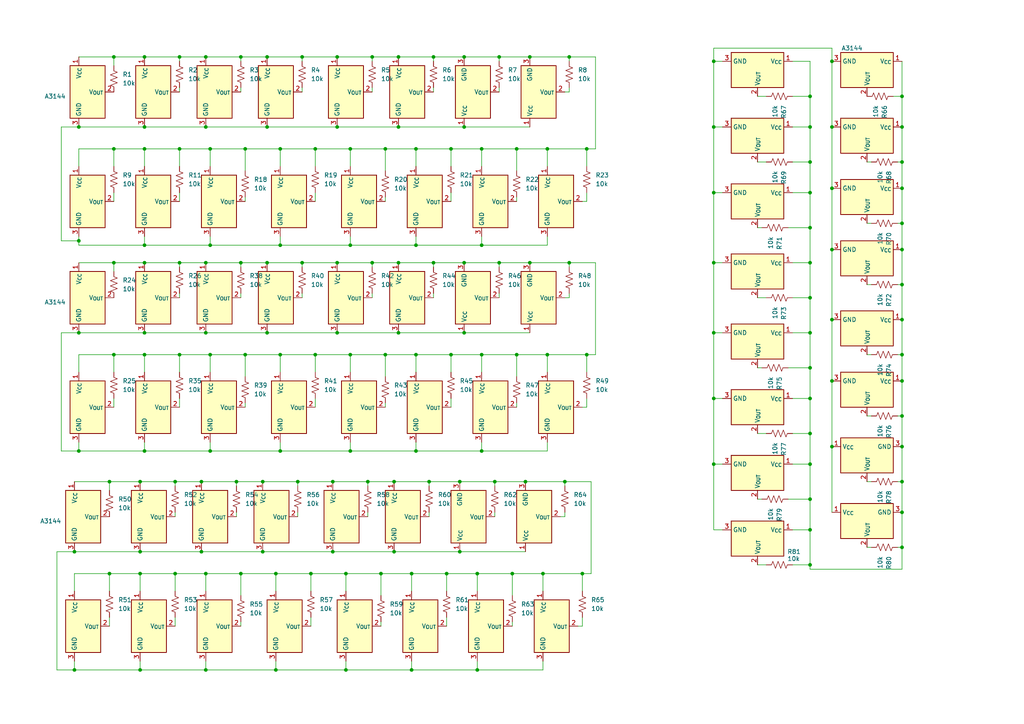
<source format=kicad_sch>
(kicad_sch (version 20250114) (generator "eeschema") (generator_version "9.0")
  (paper "A4")
  (junction (at 133.35 160.02))
  (junction (at 234.95 144.78))
  (junction (at 100.33 166.37))
  (junction (at 234.95 134.62))
  (junction (at 81.28 130.81))
  (junction (at 114.3 160.02))
  (junction (at 91.44 43.18))
  (junction (at 101.6 71.12))
  (junction (at 41.91 76.2))
  (junction (at 40.64 139.7))
  (junction (at 22.86 69.85))
  (junction (at 60.96 71.12))
  (junction (at 134.62 76.2))
  (junction (at 40.64 166.37))
  (junction (at 261.62 102.87))
  (junction (at 234.95 55.88))
  (junction (at 129.54 166.37))
  (junction (at 138.43 166.37))
  (junction (at 144.78 16.51))
  (junction (at 115.57 96.52))
  (junction (at 207.01 76.2))
  (junction (at 241.3 72.39))
  (junction (at 33.02 102.87))
  (junction (at 261.62 120.65))
  (junction (at 41.91 43.18))
  (junction (at 153.67 16.51))
  (junction (at 170.18 43.18))
  (junction (at 52.07 43.18))
  (junction (at 81.28 43.18))
  (junction (at 59.69 166.37))
  (junction (at 50.8 166.37))
  (junction (at 41.91 36.83))
  (junction (at 149.86 43.18))
  (junction (at 158.75 43.18))
  (junction (at 69.85 16.51))
  (junction (at 234.95 36.83))
  (junction (at 21.59 160.02))
  (junction (at 234.95 76.2))
  (junction (at 87.63 76.2))
  (junction (at 157.48 166.37))
  (junction (at 76.2 139.7))
  (junction (at 59.69 76.2))
  (junction (at 22.86 130.81))
  (junction (at 101.6 43.18))
  (junction (at 261.62 36.83))
  (junction (at 115.57 16.51))
  (junction (at 163.83 139.7))
  (junction (at 261.62 27.94))
  (junction (at 114.3 139.7))
  (junction (at 59.69 16.51))
  (junction (at 261.62 148.59))
  (junction (at 71.12 43.18))
  (junction (at 261.62 110.49))
  (junction (at 33.02 16.51))
  (junction (at 97.79 36.83))
  (junction (at 120.65 130.81))
  (junction (at 97.79 96.52))
  (junction (at 81.28 102.87))
  (junction (at 21.59 194.31))
  (junction (at 111.76 102.87))
  (junction (at 50.8 139.7))
  (junction (at 52.07 16.51))
  (junction (at 69.85 76.2))
  (junction (at 234.95 66.04))
  (junction (at 234.95 106.68))
  (junction (at 101.6 130.81))
  (junction (at 110.49 166.37))
  (junction (at 41.91 96.52))
  (junction (at 148.59 166.37))
  (junction (at 87.63 16.51))
  (junction (at 60.96 102.87))
  (junction (at 139.7 43.18))
  (junction (at 261.62 54.61))
  (junction (at 165.1 16.51))
  (junction (at 133.35 139.7))
  (junction (at 144.78 76.2))
  (junction (at 143.51 139.7))
  (junction (at 58.42 139.7))
  (junction (at 81.28 71.12))
  (junction (at 139.7 71.12))
  (junction (at 119.38 166.37))
  (junction (at 261.62 92.71))
  (junction (at 97.79 16.51))
  (junction (at 80.01 166.37))
  (junction (at 207.01 17.78))
  (junction (at 33.02 43.18))
  (junction (at 261.62 139.7))
  (junction (at 261.62 82.55))
  (junction (at 207.01 134.62))
  (junction (at 80.01 194.31))
  (junction (at 241.3 92.71))
  (junction (at 168.91 166.37))
  (junction (at 52.07 102.87))
  (junction (at 41.91 102.87))
  (junction (at 138.43 194.31))
  (junction (at 234.95 27.94))
  (junction (at 77.47 36.83))
  (junction (at 153.67 76.2))
  (junction (at 59.69 194.31))
  (junction (at 22.86 96.52))
  (junction (at 234.95 153.67))
  (junction (at 125.73 16.51))
  (junction (at 139.7 130.81))
  (junction (at 120.65 43.18))
  (junction (at 100.33 194.31))
  (junction (at 101.6 102.87))
  (junction (at 130.81 102.87))
  (junction (at 59.69 36.83))
  (junction (at 261.62 64.77))
  (junction (at 40.64 194.31))
  (junction (at 152.4 139.7))
  (junction (at 107.95 16.51))
  (junction (at 77.47 16.51))
  (junction (at 139.7 102.87))
  (junction (at 241.3 54.61))
  (junction (at 207.01 55.88))
  (junction (at 106.68 139.7))
  (junction (at 52.07 76.2))
  (junction (at 165.1 76.2))
  (junction (at 91.44 102.87))
  (junction (at 170.18 102.87))
  (junction (at 234.95 125.73))
  (junction (at 86.36 139.7))
  (junction (at 31.75 166.37))
  (junction (at 90.17 166.37))
  (junction (at 40.64 160.02))
  (junction (at 41.91 130.81))
  (junction (at 261.62 129.54))
  (junction (at 241.3 129.54))
  (junction (at 134.62 16.51))
  (junction (at 261.62 72.39))
  (junction (at 207.01 36.83))
  (junction (at 234.95 115.57))
  (junction (at 120.65 102.87))
  (junction (at 97.79 76.2))
  (junction (at 149.86 102.87))
  (junction (at 77.47 96.52))
  (junction (at 68.58 139.7))
  (junction (at 234.95 46.99))
  (junction (at 31.75 139.7))
  (junction (at 58.42 160.02))
  (junction (at 59.69 96.52))
  (junction (at 125.73 76.2))
  (junction (at 111.76 43.18))
  (junction (at 234.95 86.36))
  (junction (at 96.52 160.02))
  (junction (at 234.95 96.52))
  (junction (at 124.46 139.7))
  (junction (at 241.3 36.83))
  (junction (at 60.96 43.18))
  (junction (at 158.75 102.87))
  (junction (at 115.57 76.2))
  (junction (at 107.95 76.2))
  (junction (at 241.3 17.78))
  (junction (at 22.86 36.83))
  (junction (at 115.57 36.83))
  (junction (at 207.01 96.52))
  (junction (at 96.52 139.7))
  (junction (at 261.62 158.75))
  (junction (at 33.02 76.2))
  (junction (at 261.62 46.99))
  (junction (at 130.81 43.18))
  (junction (at 207.01 115.57))
  (junction (at 69.85 166.37))
  (junction (at 241.3 110.49))
  (junction (at 71.12 102.87))
  (junction (at 77.47 76.2))
  (junction (at 119.38 194.31))
  (junction (at 134.62 96.52))
  (junction (at 41.91 16.51))
  (junction (at 76.2 160.02))
  (junction (at 234.95 163.83))
  (junction (at 60.96 130.81))
  (junction (at 120.65 71.12))
  (junction (at 41.91 71.12))
  (junction (at 134.62 36.83))
  (wire (pts (xy 33.02 16.51) (xy 41.91 16.51)))
  (wire (pts (xy 31.75 179.07) (xy 31.75 181.61)))
  (wire (pts (xy 165.1 26.67) (xy 163.83 26.67)))
  (wire (pts (xy 96.52 139.7) (xy 106.68 139.7)))
  (wire (pts (xy 129.54 166.37) (xy 138.43 166.37)))
  (wire (pts (xy 157.48 166.37) (xy 157.48 171.45)))
  (wire (pts (xy 101.6 102.87) (xy 111.76 102.87)))
  (wire (pts (xy 234.95 17.78) (xy 234.95 27.94)))
  (wire (pts (xy 252.73 46.99) (xy 251.46 46.99)))
  (wire (pts (xy 22.86 43.18) (xy 22.86 48.26)))
  (wire (pts (xy 71.12 57.15) (xy 71.12 58.42)))
  (wire (pts (xy 86.36 139.7) (xy 96.52 139.7)))
  (wire (pts (xy 144.78 76.2) (xy 153.67 76.2)))
  (wire (pts (xy 234.95 144.78) (xy 228.6 144.78)))
  (wire (pts (xy 252.73 120.65) (xy 251.46 120.65)))
  (wire (pts (xy 148.59 180.34) (xy 148.59 181.61)))
  (wire (pts (xy 80.01 166.37) (xy 80.01 171.45)))
  (wire (pts (xy 261.62 36.83) (xy 261.62 46.99)))
  (wire (pts (xy 234.95 17.78) (xy 229.87 17.78)))
  (wire (pts (xy 149.86 57.15) (xy 149.86 58.42)))
  (wire (pts (xy 33.02 43.18) (xy 41.91 43.18)))
  (wire (pts (xy 120.65 130.81) (xy 139.7 130.81)))
  (wire (pts (xy 59.69 36.83) (xy 41.91 36.83)))
  (wire (pts (xy 115.57 96.52) (xy 97.79 96.52)))
  (wire (pts (xy 22.86 102.87) (xy 22.86 107.95)))
  (wire (pts (xy 143.51 139.7) (xy 143.51 140.97)))
  (wire (pts (xy 234.95 76.2) (xy 229.87 76.2)))
  (wire (pts (xy 139.7 102.87) (xy 149.86 102.87)))
  (wire (pts (xy 120.65 102.87) (xy 120.65 107.95)))
  (wire (pts (xy 22.86 102.87) (xy 33.02 102.87)))
  (wire (pts (xy 139.7 130.81) (xy 158.75 130.81)))
  (wire (pts (xy 59.69 194.31) (xy 59.69 191.77)))
  (wire (pts (xy 22.86 16.51) (xy 33.02 16.51)))
  (wire (pts (xy 149.86 102.87) (xy 158.75 102.87)))
  (wire (pts (xy 41.91 43.18) (xy 52.07 43.18)))
  (wire (pts (xy 101.6 102.87) (xy 101.6 107.95)))
  (wire (pts (xy 170.18 118.11) (xy 168.91 118.11)))
  (wire (pts (xy 87.63 25.4) (xy 87.63 26.67)))
  (wire (pts (xy 60.96 102.87) (xy 71.12 102.87)))
  (wire (pts (xy 139.7 43.18) (xy 149.86 43.18)))
  (wire (pts (xy 234.95 46.99) (xy 229.87 46.99)))
  (wire (pts (xy 87.63 85.09) (xy 87.63 86.36)))
  (wire (pts (xy 207.01 96.52) (xy 209.55 96.52)))
  (wire (pts (xy 81.28 71.12) (xy 101.6 71.12)))
  (wire (pts (xy 101.6 130.81) (xy 120.65 130.81)))
  (wire (pts (xy 234.95 96.52) (xy 229.87 96.52)))
  (wire (pts (xy 41.91 130.81) (xy 60.96 130.81)))
  (wire (pts (xy 165.1 25.4) (xy 165.1 26.67)))
  (wire (pts (xy 119.38 166.37) (xy 129.54 166.37)))
  (wire (pts (xy 59.69 194.31) (xy 80.01 194.31)))
  (wire (pts (xy 207.01 134.62) (xy 207.01 153.67)))
  (wire (pts (xy 68.58 139.7) (xy 76.2 139.7)))
  (wire (pts (xy 172.72 76.2) (xy 165.1 76.2)))
  (wire (pts (xy 87.63 16.51) (xy 87.63 17.78)))
  (wire (pts (xy 17.78 36.83) (xy 22.86 36.83)))
  (wire (pts (xy 139.7 130.81) (xy 139.7 128.27)))
  (wire (pts (xy 114.3 160.02) (xy 96.52 160.02)))
  (wire (pts (xy 110.49 166.37) (xy 110.49 172.72)))
  (wire (pts (xy 148.59 166.37) (xy 157.48 166.37)))
  (wire (pts (xy 76.2 160.02) (xy 58.42 160.02)))
  (wire (pts (xy 220.98 106.68) (xy 219.71 106.68)))
  (wire (pts (xy 138.43 166.37) (xy 138.43 171.45)))
  (wire (pts (xy 52.07 43.18) (xy 52.07 48.26)))
  (wire (pts (xy 138.43 194.31) (xy 157.48 194.31)))
  (wire (pts (xy 134.62 76.2) (xy 144.78 76.2)))
  (wire (pts (xy 52.07 16.51) (xy 52.07 17.78)))
  (wire (pts (xy 41.91 16.51) (xy 52.07 16.51)))
  (wire (pts (xy 41.91 71.12) (xy 60.96 71.12)))
  (wire (pts (xy 69.85 166.37) (xy 80.01 166.37)))
  (wire (pts (xy 22.86 130.81) (xy 41.91 130.81)))
  (wire (pts (xy 130.81 43.18) (xy 130.81 48.26)))
  (wire (pts (xy 134.62 16.51) (xy 144.78 16.51)))
  (wire (pts (xy 71.12 43.18) (xy 81.28 43.18)))
  (wire (pts (xy 139.7 71.12) (xy 139.7 68.58)))
  (wire (pts (xy 130.81 102.87) (xy 139.7 102.87)))
  (wire (pts (xy 261.62 64.77) (xy 261.62 72.39)))
  (wire (pts (xy 234.95 66.04) (xy 228.6 66.04)))
  (wire (pts (xy 111.76 57.15) (xy 111.76 58.42)))
  (wire (pts (xy 234.95 115.57) (xy 229.87 115.57)))
  (wire (pts (xy 111.76 102.87) (xy 111.76 109.22)))
  (wire (pts (xy 101.6 71.12) (xy 101.6 68.58)))
  (wire (pts (xy 119.38 194.31) (xy 138.43 194.31)))
  (wire (pts (xy 261.62 158.75) (xy 260.35 158.75)))
  (wire (pts (xy 207.01 115.57) (xy 207.01 134.62)))
  (wire (pts (xy 241.3 148.59) (xy 241.3 129.54)))
  (wire (pts (xy 31.75 139.7) (xy 31.75 142.24)))
  (wire (pts (xy 234.95 144.78) (xy 234.95 153.67)))
  (wire (pts (xy 76.2 139.7) (xy 86.36 139.7)))
  (wire (pts (xy 81.28 43.18) (xy 81.28 48.26)))
  (wire (pts (xy 143.51 148.59) (xy 143.51 149.86)))
  (wire (pts (xy 207.01 55.88) (xy 209.55 55.88)))
  (wire (pts (xy 125.73 76.2) (xy 134.62 76.2)))
  (wire (pts (xy 133.35 160.02) (xy 114.3 160.02)))
  (wire (pts (xy 119.38 166.37) (xy 119.38 171.45)))
  (wire (pts (xy 69.85 25.4) (xy 69.85 26.67)))
  (wire (pts (xy 52.07 85.09) (xy 52.07 86.36)))
  (wire (pts (xy 144.78 85.09) (xy 144.78 86.36)))
  (wire (pts (xy 106.68 139.7) (xy 106.68 140.97)))
  (wire (pts (xy 261.62 46.99) (xy 261.62 54.61)))
  (wire (pts (xy 50.8 148.59) (xy 50.8 149.86)))
  (wire (pts (xy 69.85 16.51) (xy 69.85 17.78)))
  (wire (pts (xy 234.95 106.68) (xy 234.95 115.57)))
  (wire (pts (xy 69.85 85.09) (xy 69.85 86.36)))
  (wire (pts (xy 165.1 76.2) (xy 153.67 76.2)))
  (wire (pts (xy 60.96 102.87) (xy 60.96 107.95)))
  (wire (pts (xy 107.95 85.09) (xy 107.95 86.36)))
  (wire (pts (xy 110.49 166.37) (xy 119.38 166.37)))
  (wire (pts (xy 31.75 166.37) (xy 40.64 166.37)))
  (wire (pts (xy 21.59 166.37) (xy 31.75 166.37)))
  (wire (pts (xy 139.7 102.87) (xy 139.7 107.95)))
  (wire (pts (xy 100.33 166.37) (xy 110.49 166.37)))
  (wire (pts (xy 17.78 36.83) (xy 17.78 69.85)))
  (wire (pts (xy 252.73 102.87) (xy 251.46 102.87)))
  (wire (pts (xy 71.12 102.87) (xy 71.12 109.22)))
  (wire (pts (xy 134.62 96.52) (xy 115.57 96.52)))
  (wire (pts (xy 133.35 139.7) (xy 143.51 139.7)))
  (wire (pts (xy 252.73 158.75) (xy 251.46 158.75)))
  (wire (pts (xy 139.7 71.12) (xy 158.75 71.12)))
  (wire (pts (xy 234.95 27.94) (xy 234.95 36.83)))
  (wire (pts (xy 40.64 194.31) (xy 40.64 191.77)))
  (wire (pts (xy 261.62 64.77) (xy 260.35 64.77)))
  (wire (pts (xy 172.72 102.87) (xy 172.72 76.2)))
  (wire (pts (xy 22.86 43.18) (xy 33.02 43.18)))
  (wire (pts (xy 41.91 71.12) (xy 41.91 68.58)))
  (wire (pts (xy 130.81 55.88) (xy 130.81 58.42)))
  (wire (pts (xy 222.25 86.36) (xy 219.71 86.36)))
  (wire (pts (xy 107.95 25.4) (xy 107.95 26.67)))
  (wire (pts (xy 97.79 76.2) (xy 107.95 76.2)))
  (wire (pts (xy 60.96 130.81) (xy 60.96 128.27)))
  (wire (pts (xy 69.85 180.34) (xy 69.85 181.61)))
  (wire (pts (xy 77.47 36.83) (xy 59.69 36.83)))
  (wire (pts (xy 50.8 139.7) (xy 58.42 139.7)))
  (wire (pts (xy 125.73 16.51) (xy 134.62 16.51)))
  (wire (pts (xy 149.86 43.18) (xy 149.86 49.53)))
  (wire (pts (xy 52.07 43.18) (xy 60.96 43.18)))
  (wire (pts (xy 234.95 134.62) (xy 229.87 134.62)))
  (wire (pts (xy 207.01 13.97) (xy 241.3 13.97)))
  (wire (pts (xy 40.64 160.02) (xy 21.59 160.02)))
  (wire (pts (xy 172.72 43.18) (xy 172.72 16.51)))
  (wire (pts (xy 80.01 166.37) (xy 90.17 166.37)))
  (wire (pts (xy 153.67 36.83) (xy 134.62 36.83)))
  (wire (pts (xy 234.95 66.04) (xy 234.95 76.2)))
  (wire (pts (xy 81.28 102.87) (xy 91.44 102.87)))
  (wire (pts (xy 125.73 16.51) (xy 125.73 17.78)))
  (wire (pts (xy 115.57 16.51) (xy 125.73 16.51)))
  (wire (pts (xy 261.62 92.71) (xy 261.62 102.87)))
  (wire (pts (xy 207.01 13.97) (xy 207.01 17.78)))
  (wire (pts (xy 234.95 153.67) (xy 234.95 163.83)))
  (wire (pts (xy 234.95 163.83) (xy 234.95 165.1)))
  (wire (pts (xy 171.45 139.7) (xy 163.83 139.7)))
  (wire (pts (xy 69.85 166.37) (xy 69.85 172.72)))
  (wire (pts (xy 207.01 134.62) (xy 209.55 134.62)))
  (wire (pts (xy 234.95 153.67) (xy 229.87 153.67)))
  (wire (pts (xy 33.02 43.18) (xy 33.02 48.26)))
  (wire (pts (xy 163.83 148.59) (xy 163.83 149.86)))
  (wire (pts (xy 138.43 166.37) (xy 148.59 166.37)))
  (wire (pts (xy 59.69 96.52) (xy 41.91 96.52)))
  (wire (pts (xy 77.47 96.52) (xy 59.69 96.52)))
  (wire (pts (xy 234.95 96.52) (xy 234.95 106.68)))
  (wire (pts (xy 59.69 166.37) (xy 69.85 166.37)))
  (wire (pts (xy 22.86 69.85) (xy 22.86 68.58)))
  (wire (pts (xy 111.76 102.87) (xy 120.65 102.87)))
  (wire (pts (xy 33.02 76.2) (xy 33.02 78.74)))
  (wire (pts (xy 158.75 130.81) (xy 158.75 128.27)))
  (wire (pts (xy 172.72 16.51) (xy 165.1 16.51)))
  (wire (pts (xy 252.73 82.55) (xy 251.46 82.55)))
  (wire (pts (xy 207.01 153.67) (xy 209.55 153.67)))
  (wire (pts (xy 97.79 36.83) (xy 77.47 36.83)))
  (wire (pts (xy 163.83 149.86) (xy 162.56 149.86)))
  (wire (pts (xy 165.1 85.09) (xy 165.1 86.36)))
  (wire (pts (xy 222.25 46.99) (xy 219.71 46.99)))
  (wire (pts (xy 241.3 13.97) (xy 241.3 17.78)))
  (wire (pts (xy 165.1 16.51) (xy 153.67 16.51)))
  (wire (pts (xy 41.91 96.52) (xy 22.86 96.52)))
  (wire (pts (xy 144.78 16.51) (xy 144.78 17.78)))
  (wire (pts (xy 222.25 125.73) (xy 219.71 125.73)))
  (wire (pts (xy 101.6 43.18) (xy 111.76 43.18)))
  (wire (pts (xy 120.65 43.18) (xy 120.65 48.26)))
  (wire (pts (xy 234.95 115.57) (xy 234.95 125.73)))
  (wire (pts (xy 60.96 43.18) (xy 71.12 43.18)))
  (wire (pts (xy 58.42 160.02) (xy 40.64 160.02)))
  (wire (pts (xy 69.85 76.2) (xy 69.85 77.47)))
  (wire (pts (xy 17.78 96.52) (xy 22.86 96.52)))
  (wire (pts (xy 139.7 43.18) (xy 139.7 48.26)))
  (wire (pts (xy 119.38 194.31) (xy 119.38 191.77)))
  (wire (pts (xy 234.95 86.36) (xy 234.95 96.52)))
  (wire (pts (xy 50.8 139.7) (xy 50.8 140.97)))
  (wire (pts (xy 111.76 43.18) (xy 111.76 49.53)))
  (wire (pts (xy 234.95 86.36) (xy 229.87 86.36)))
  (wire (pts (xy 101.6 71.12) (xy 120.65 71.12)))
  (wire (pts (xy 69.85 76.2) (xy 77.47 76.2)))
  (wire (pts (xy 261.62 17.78) (xy 261.62 27.94)))
  (wire (pts (xy 144.78 76.2) (xy 144.78 77.47)))
  (wire (pts (xy 81.28 130.81) (xy 101.6 130.81)))
  (wire (pts (xy 261.62 158.75) (xy 261.62 165.1)))
  (wire (pts (xy 60.96 43.18) (xy 60.96 48.26)))
  (wire (pts (xy 261.62 110.49) (xy 261.62 120.65)))
  (wire (pts (xy 17.78 130.81) (xy 22.86 130.81)))
  (wire (pts (xy 59.69 76.2) (xy 69.85 76.2)))
  (wire (pts (xy 33.02 115.57) (xy 33.02 118.11)))
  (wire (pts (xy 31.75 139.7) (xy 40.64 139.7)))
  (wire (pts (xy 125.73 25.4) (xy 125.73 26.67)))
  (wire (pts (xy 207.01 55.88) (xy 207.01 76.2)))
  (wire (pts (xy 261.62 54.61) (xy 261.62 64.77)))
  (wire (pts (xy 124.46 148.59) (xy 124.46 149.86)))
  (wire (pts (xy 261.62 120.65) (xy 260.35 120.65)))
  (wire (pts (xy 234.95 163.83) (xy 229.87 163.83)))
  (wire (pts (xy 21.59 194.31) (xy 21.59 191.77)))
  (wire (pts (xy 125.73 85.09) (xy 125.73 86.36)))
  (wire (pts (xy 149.86 102.87) (xy 149.86 109.22)))
  (wire (pts (xy 80.01 194.31) (xy 80.01 191.77)))
  (wire (pts (xy 114.3 139.7) (xy 124.46 139.7)))
  (wire (pts (xy 52.07 25.4) (xy 52.07 26.67)))
  (wire (pts (xy 71.12 43.18) (xy 71.12 49.53)))
  (wire (pts (xy 111.76 43.18) (xy 120.65 43.18)))
  (wire (pts (xy 52.07 102.87) (xy 52.07 107.95)))
  (wire (pts (xy 21.59 166.37) (xy 21.59 171.45)))
  (wire (pts (xy 241.3 36.83) (xy 241.3 17.78)))
  (wire (pts (xy 170.18 43.18) (xy 170.18 48.26)))
  (wire (pts (xy 241.3 54.61) (xy 241.3 36.83)))
  (wire (pts (xy 261.62 102.87) (xy 260.35 102.87)))
  (wire (pts (xy 52.07 115.57) (xy 52.07 118.11)))
  (wire (pts (xy 220.98 66.04) (xy 219.71 66.04)))
  (wire (pts (xy 234.95 125.73) (xy 229.87 125.73)))
  (wire (pts (xy 110.49 180.34) (xy 110.49 181.61)))
  (wire (pts (xy 77.47 16.51) (xy 87.63 16.51)))
  (wire (pts (xy 71.12 102.87) (xy 81.28 102.87)))
  (wire (pts (xy 21.59 194.31) (xy 40.64 194.31)))
  (wire (pts (xy 106.68 139.7) (xy 114.3 139.7)))
  (wire (pts (xy 220.98 144.78) (xy 219.71 144.78)))
  (wire (pts (xy 52.07 76.2) (xy 52.07 77.47)))
  (wire (pts (xy 241.3 129.54) (xy 241.3 110.49)))
  (wire (pts (xy 168.91 179.07) (xy 168.91 181.61)))
  (wire (pts (xy 68.58 139.7) (xy 68.58 140.97)))
  (wire (pts (xy 87.63 16.51) (xy 97.79 16.51)))
  (wire (pts (xy 234.95 125.73) (xy 234.95 134.62)))
  (wire (pts (xy 120.65 43.18) (xy 130.81 43.18)))
  (wire (pts (xy 149.86 43.18) (xy 158.75 43.18)))
  (wire (pts (xy 81.28 102.87) (xy 81.28 107.95)))
  (wire (pts (xy 52.07 102.87) (xy 60.96 102.87)))
  (wire (pts (xy 120.65 71.12) (xy 139.7 71.12)))
  (wire (pts (xy 100.33 166.37) (xy 100.33 171.45)))
  (wire (pts (xy 91.44 102.87) (xy 91.44 107.95)))
  (wire (pts (xy 163.83 139.7) (xy 163.83 140.97)))
  (wire (pts (xy 90.17 179.07) (xy 90.17 181.61)))
  (wire (pts (xy 168.91 166.37) (xy 171.45 166.37)))
  (wire (pts (xy 234.95 165.1) (xy 261.62 165.1)))
  (wire (pts (xy 165.1 76.2) (xy 165.1 77.47)))
  (wire (pts (xy 234.95 55.88) (xy 234.95 66.04)))
  (wire (pts (xy 120.65 130.81) (xy 120.65 128.27)))
  (wire (pts (xy 207.01 76.2) (xy 209.55 76.2)))
  (wire (pts (xy 33.02 76.2) (xy 41.91 76.2)))
  (wire (pts (xy 33.02 102.87) (xy 33.02 107.95)))
  (wire (pts (xy 158.75 43.18) (xy 158.75 48.26)))
  (wire (pts (xy 170.18 55.88) (xy 170.18 58.42)))
  (wire (pts (xy 58.42 139.7) (xy 68.58 139.7)))
  (wire (pts (xy 261.62 27.94) (xy 259.08 27.94)))
  (wire (pts (xy 50.8 166.37) (xy 50.8 171.45)))
  (wire (pts (xy 241.3 72.39) (xy 241.3 54.61)))
  (wire (pts (xy 41.91 36.83) (xy 22.86 36.83)))
  (wire (pts (xy 115.57 36.83) (xy 97.79 36.83)))
  (wire (pts (xy 261.62 139.7) (xy 260.35 139.7)))
  (wire (pts (xy 17.78 69.85) (xy 22.86 69.85)))
  (wire (pts (xy 40.64 194.31) (xy 59.69 194.31)))
  (wire (pts (xy 261.62 158.75) (xy 261.62 148.59)))
  (wire (pts (xy 170.18 43.18) (xy 172.72 43.18)))
  (wire (pts (xy 207.01 96.52) (xy 207.01 115.57)))
  (wire (pts (xy 261.62 46.99) (xy 260.35 46.99)))
  (wire (pts (xy 163.83 139.7) (xy 152.4 139.7)))
  (wire (pts (xy 40.64 166.37) (xy 50.8 166.37)))
  (wire (pts (xy 261.62 120.65) (xy 261.62 129.54)))
  (wire (pts (xy 33.02 16.51) (xy 33.02 19.05)))
  (wire (pts (xy 52.07 16.51) (xy 59.69 16.51)))
  (wire (pts (xy 261.62 72.39) (xy 261.62 82.55)))
  (wire (pts (xy 106.68 148.59) (xy 106.68 149.86)))
  (wire (pts (xy 52.07 55.88) (xy 52.07 58.42)))
  (wire (pts (xy 158.75 102.87) (xy 158.75 107.95)))
  (wire (pts (xy 71.12 116.84) (xy 71.12 118.11)))
  (wire (pts (xy 60.96 71.12) (xy 60.96 68.58)))
  (wire (pts (xy 107.95 16.51) (xy 115.57 16.51)))
  (wire (pts (xy 111.76 116.84) (xy 111.76 118.11)))
  (wire (pts (xy 158.75 43.18) (xy 170.18 43.18)))
  (wire (pts (xy 157.48 166.37) (xy 168.91 166.37)))
  (wire (pts (xy 148.59 166.37) (xy 148.59 172.72)))
  (wire (pts (xy 241.3 110.49) (xy 241.3 92.71)))
  (wire (pts (xy 234.95 36.83) (xy 229.87 36.83)))
  (wire (pts (xy 50.8 179.07) (xy 50.8 181.61)))
  (wire (pts (xy 261.62 129.54) (xy 261.62 139.7)))
  (wire (pts (xy 261.62 27.94) (xy 261.62 36.83)))
  (wire (pts (xy 77.47 76.2) (xy 87.63 76.2)))
  (wire (pts (xy 22.86 71.12) (xy 22.86 69.85)))
  (wire (pts (xy 234.95 46.99) (xy 234.95 55.88)))
  (wire (pts (xy 86.36 139.7) (xy 86.36 140.97)))
  (wire (pts (xy 241.3 92.71) (xy 241.3 72.39)))
  (wire (pts (xy 252.73 139.7) (xy 251.46 139.7)))
  (wire (pts (xy 60.96 71.12) (xy 81.28 71.12)))
  (wire (pts (xy 33.02 55.88) (xy 33.02 58.42)))
  (wire (pts (xy 87.63 76.2) (xy 87.63 77.47)))
  (wire (pts (xy 120.65 71.12) (xy 120.65 68.58)))
  (wire (pts (xy 90.17 166.37) (xy 100.33 166.37)))
  (wire (pts (xy 120.65 102.87) (xy 130.81 102.87)))
  (wire (pts (xy 22.86 71.12) (xy 41.91 71.12)))
  (wire (pts (xy 207.01 36.83) (xy 207.01 55.88)))
  (wire (pts (xy 170.18 58.42) (xy 168.91 58.42)))
  (wire (pts (xy 80.01 194.31) (xy 100.33 194.31)))
  (wire (pts (xy 100.33 194.31) (xy 119.38 194.31)))
  (wire (pts (xy 90.17 166.37) (xy 90.17 171.45)))
  (wire (pts (xy 130.81 102.87) (xy 130.81 107.95)))
  (wire (pts (xy 17.78 96.52) (xy 17.78 130.81)))
  (wire (pts (xy 91.44 43.18) (xy 101.6 43.18)))
  (wire (pts (xy 171.45 166.37) (xy 171.45 139.7)))
  (wire (pts (xy 153.67 96.52) (xy 134.62 96.52)))
  (wire (pts (xy 152.4 160.02) (xy 133.35 160.02)))
  (wire (pts (xy 261.62 82.55) (xy 261.62 92.71)))
  (wire (pts (xy 234.95 36.83) (xy 234.95 46.99)))
  (wire (pts (xy 234.95 27.94) (xy 229.87 27.94)))
  (wire (pts (xy 207.01 76.2) (xy 207.01 96.52)))
  (wire (pts (xy 222.25 27.94) (xy 219.71 27.94)))
  (wire (pts (xy 234.95 106.68) (xy 228.6 106.68)))
  (wire (pts (xy 81.28 71.12) (xy 81.28 68.58)))
  (wire (pts (xy 222.25 163.83) (xy 219.71 163.83)))
  (wire (pts (xy 101.6 43.18) (xy 101.6 48.26)))
  (wire (pts (xy 100.33 194.31) (xy 100.33 191.77)))
  (wire (pts (xy 168.91 181.61) (xy 167.64 181.61)))
  (wire (pts (xy 107.95 76.2) (xy 107.95 77.47)))
  (wire (pts (xy 134.62 36.83) (xy 115.57 36.83)))
  (wire (pts (xy 107.95 76.2) (xy 115.57 76.2)))
  (wire (pts (xy 149.86 116.84) (xy 149.86 118.11)))
  (wire (pts (xy 115.57 76.2) (xy 125.73 76.2)))
  (wire (pts (xy 130.81 115.57) (xy 130.81 118.11)))
  (wire (pts (xy 261.62 139.7) (xy 261.62 148.59)))
  (wire (pts (xy 81.28 43.18) (xy 91.44 43.18)))
  (wire (pts (xy 130.81 43.18) (xy 139.7 43.18)))
  (wire (pts (xy 234.95 134.62) (xy 234.95 144.78)))
  (wire (pts (xy 207.01 17.78) (xy 207.01 36.83)))
  (wire (pts (xy 129.54 179.07) (xy 129.54 181.61)))
  (wire (pts (xy 41.91 43.18) (xy 41.91 48.26)))
  (wire (pts (xy 22.86 130.81) (xy 22.86 128.27)))
  (wire (pts (xy 69.85 16.51) (xy 77.47 16.51)))
  (wire (pts (xy 124.46 139.7) (xy 133.35 139.7)))
  (wire (pts (xy 87.63 76.2) (xy 97.79 76.2)))
  (wire (pts (xy 170.18 102.87) (xy 172.72 102.87)))
  (wire (pts (xy 91.44 55.88) (xy 91.44 58.42)))
  (wire (pts (xy 97.79 16.51) (xy 107.95 16.51)))
  (wire (pts (xy 207.01 17.78) (xy 209.55 17.78)))
  (wire (pts (xy 124.46 139.7) (xy 124.46 140.97)))
  (wire (pts (xy 261.62 102.87) (xy 261.62 110.49)))
  (wire (pts (xy 68.58 148.59) (xy 68.58 149.86)))
  (wire (pts (xy 16.51 160.02) (xy 21.59 160.02)))
  (wire (pts (xy 86.36 148.59) (xy 86.36 149.86)))
  (wire (pts (xy 59.69 166.37) (xy 59.69 171.45)))
  (wire (pts (xy 144.78 16.51) (xy 153.67 16.51)))
  (wire (pts (xy 60.96 130.81) (xy 81.28 130.81)))
  (wire (pts (xy 165.1 86.36) (xy 163.83 86.36)))
  (wire (pts (xy 91.44 115.57) (xy 91.44 118.11)))
  (wire (pts (xy 168.91 166.37) (xy 168.91 171.45)))
  (wire (pts (xy 41.91 102.87) (xy 41.91 107.95)))
  (wire (pts (xy 41.91 76.2) (xy 52.07 76.2)))
  (wire (pts (xy 129.54 166.37) (xy 129.54 171.45)))
  (wire (pts (xy 31.75 166.37) (xy 31.75 171.45)))
  (wire (pts (xy 261.62 82.55) (xy 260.35 82.55)))
  (wire (pts (xy 207.01 36.83) (xy 209.55 36.83)))
  (wire (pts (xy 170.18 115.57) (xy 170.18 118.11)))
  (wire (pts (xy 59.69 16.51) (xy 69.85 16.51)))
  (wire (pts (xy 165.1 16.51) (xy 165.1 17.78)))
  (wire (pts (xy 50.8 166.37) (xy 59.69 166.37)))
  (wire (pts (xy 40.64 139.7) (xy 50.8 139.7)))
  (wire (pts (xy 16.51 194.31) (xy 21.59 194.31)))
  (wire (pts (xy 33.02 102.87) (xy 41.91 102.87)))
  (wire (pts (xy 97.79 96.52) (xy 77.47 96.52)))
  (wire (pts (xy 52.07 76.2) (xy 59.69 76.2)))
  (wire (pts (xy 91.44 43.18) (xy 91.44 48.26)))
  (wire (pts (xy 22.86 76.2) (xy 33.02 76.2)))
  (wire (pts (xy 158.75 102.87) (xy 170.18 102.87)))
  (wire (pts (xy 81.28 130.81) (xy 81.28 128.27)))
  (wire (pts (xy 234.95 76.2) (xy 234.95 86.36)))
  (wire (pts (xy 158.75 71.12) (xy 158.75 68.58)))
  (wire (pts (xy 96.52 160.02) (xy 76.2 160.02)))
  (wire (pts (xy 21.59 139.7) (xy 31.75 139.7)))
  (wire (pts (xy 41.91 130.81) (xy 41.91 128.27)))
  (wire (pts (xy 101.6 130.81) (xy 101.6 128.27)))
  (wire (pts (xy 138.43 194.31) (xy 138.43 191.77)))
  (wire (pts (xy 41.91 102.87) (xy 52.07 102.87)))
  (wire (pts (xy 125.73 76.2) (xy 125.73 77.47)))
  (wire (pts (xy 40.64 166.37) (xy 40.64 171.45)))
  (wire (pts (xy 234.95 55.88) (xy 229.87 55.88)))
  (wire (pts (xy 252.73 64.77) (xy 251.46 64.77)))
  (wire (pts (xy 143.51 139.7) (xy 152.4 139.7)))
  (wire (pts (xy 157.48 194.31) (xy 157.48 191.77)))
  (wire (pts (xy 144.78 25.4) (xy 144.78 26.67)))
  (wire (pts (xy 91.44 102.87) (xy 101.6 102.87)))
  (wire (pts (xy 16.51 160.02) (xy 16.51 194.31)))
  (wire (pts (xy 170.18 102.87) (xy 170.18 107.95)))
  (wire (pts (xy 107.95 16.51) (xy 107.95 17.78)))
  (wire (pts (xy 207.01 115.57) (xy 209.55 115.57)))
  (symbol (lib_id "Device:R_US") (at 149.86 113.03 0) (unit 1)
    (property "Reference" "R47" (at 152.4 111.7599 0) (effects (justify left)))
    (property "Value" "10k" (at 152.4 114.2999 0) (effects (justify left)))
    (property "Description" "Resistor, US symbol" (effects (hide yes)))
  )
  (symbol (lib_id "Device:R_US") (at 87.63 81.28 0) (unit 1)
    (property "Reference" "R40" (at 90.17 80.0099 0) (effects (justify left)))
    (property "Value" "10k" (at 90.17 82.5499 0) (effects (justify left)))
    (property "Description" "Resistor, US symbol" (effects (hide yes)))
  )
  (symbol (lib_id "Device:R_US") (at 69.85 81.28 0) (unit 1)
    (property "Reference" "R38" (at 72.39 80.0099 0) (effects (justify left)))
    (property "Value" "10k" (at 72.39 82.5499 0) (effects (justify left)))
    (property "Description" "Resistor, US symbol" (effects (hide yes)))
  )
  (symbol (lib_id "Sensor_Magnetic:A1104xLH") (at 121.92 181.61 0) (unit 1)
    (property "Reference" "U56" (effects (hide yes)))
    (property "Value" "A1104xLH" (effects (hide yes)))
    (property "Footprint" "Package_TO_SOT_SMD:SOT-23W" (effects (hide yes)))
    (property "Datasheet" "https://www.allegromicro.com/-/media/files/datasheets/a110x-datasheet.ashx" (effects (hide yes)))
    (property "Description" "Hall effect switch, unipolar (south-polarity), Bop=70-350G, Brp=50-330G, 3.8-24V supply, SOT-23W" (effects (hide yes)))
  )
  (symbol (lib_id "Sensor_Magnetic:A1104xLH") (at 160.02 181.61 0) (unit 1)
    (property "Reference" "U60" (effects (hide yes)))
    (property "Value" "A1104xLH" (effects (hide yes)))
    (property "Footprint" "Package_TO_SOT_SMD:SOT-23W" (effects (hide yes)))
    (property "Datasheet" "https://www.allegromicro.com/-/media/files/datasheets/a110x-datasheet.ashx" (effects (hide yes)))
    (property "Description" "Hall effect switch, unipolar (south-polarity), Bop=70-350G, Brp=50-330G, 3.8-24V supply, SOT-23W" (effects (hide yes)))
  )
  (symbol (lib_id "Sensor_Magnetic:A1104xLH") (at 80.01 26.67 0) (unit 1)
    (property "Reference" "U21" (effects (hide yes)))
    (property "Value" "A1104xLH" (effects (hide yes)))
    (property "Footprint" "Package_TO_SOT_SMD:SOT-23W" (effects (hide yes)))
    (property "Datasheet" "https://www.allegromicro.com/-/media/files/datasheets/a110x-datasheet.ashx" (effects (hide yes)))
    (property "Description" "Hall effect switch, unipolar (south-polarity), Bop=70-350G, Brp=50-330G, 3.8-24V supply, SOT-23W" (effects (hide yes)))
  )
  (symbol (lib_id "Device:R_US") (at 168.91 175.26 0) (unit 1)
    (property "Reference" "R65" (at 171.45 173.9899 0) (effects (justify left)))
    (property "Value" "10k" (at 171.45 176.5299 0) (effects (justify left)))
    (property "Description" "Resistor, US symbol" (effects (hide yes)))
  )
  (symbol (lib_id "Device:R_US") (at 144.78 81.28 0) (unit 1)
    (property "Reference" "R46" (at 147.32 80.0099 0) (effects (justify left)))
    (property "Value" "10k" (at 147.32 82.5499 0) (effects (justify left)))
    (property "Description" "Resistor, US symbol" (effects (hide yes)))
  )
  (symbol (lib_id "Device:R_US") (at 124.46 144.78 0) (unit 1)
    (property "Reference" "R60" (at 127 143.5099 0) (effects (justify left)))
    (property "Value" "10k" (at 127 146.0499 0) (effects (justify left)))
    (property "Description" "Resistor, US symbol" (effects (hide yes)))
  )
  (symbol (lib_id "Sensor_Magnetic:A1104xLH") (at 156.21 86.36 0) (mirror x) (unit 1)
    (property "Reference" "U43" (effects (hide yes)))
    (property "Value" "A1104xLH" (effects (hide yes)))
    (property "Footprint" "Package_TO_SOT_SMD:SOT-23W" (effects (hide yes)))
    (property "Datasheet" "https://www.allegromicro.com/-/media/files/datasheets/a110x-datasheet.ashx" (effects (hide yes)))
    (property "Description" "Hall effect switch, unipolar (south-polarity), Bop=70-350G, Brp=50-330G, 3.8-24V supply, SOT-23W" (effects (hide yes)))
  )
  (symbol (lib_id "Sensor_Magnetic:A1104xLH") (at 99.06 149.86 0) (unit 1)
    (property "Reference" "U53" (effects (hide yes)))
    (property "Value" "A1104xLH" (effects (hide yes)))
    (property "Footprint" "Package_TO_SOT_SMD:SOT-23W" (effects (hide yes)))
    (property "Datasheet" "https://www.allegromicro.com/-/media/files/datasheets/a110x-datasheet.ashx" (effects (hide yes)))
    (property "Description" "Hall effect switch, unipolar (south-polarity), Bop=70-350G, Brp=50-330G, 3.8-24V supply, SOT-23W" (effects (hide yes)))
  )
  (symbol (lib_id "Sensor_Magnetic:A1104xLH") (at 251.46 57.15 270) (unit 1)
    (property "Reference" "U65" (effects (hide yes)))
    (property "Value" "A1104xLH" (effects (hide yes)))
    (property "Footprint" "Package_TO_SOT_SMD:SOT-23W" (effects (hide yes)))
    (property "Datasheet" "https://www.allegromicro.com/-/media/files/datasheets/a110x-datasheet.ashx" (effects (hide yes)))
    (property "Description" "Hall effect switch, unipolar (south-polarity), Bop=70-350G, Brp=50-330G, 3.8-24V supply, SOT-23W" (effects (hide yes)))
  )
  (symbol (lib_id "Device:R_US") (at 129.54 175.26 0) (unit 1)
    (property "Reference" "R61" (at 132.08 173.9899 0) (effects (justify left)))
    (property "Value" "10k" (at 132.08 176.5299 0) (effects (justify left)))
    (property "Description" "Resistor, US symbol" (effects (hide yes)))
  )
  (symbol (lib_id "Sensor_Magnetic:A1104xLH") (at 135.89 149.86 0) (mirror x) (unit 1)
    (property "Reference" "U57" (effects (hide yes)))
    (property "Value" "A1104xLH" (effects (hide yes)))
    (property "Footprint" "Package_TO_SOT_SMD:SOT-23W" (effects (hide yes)))
    (property "Datasheet" "https://www.allegromicro.com/-/media/files/datasheets/a110x-datasheet.ashx" (effects (hide yes)))
    (property "Description" "Hall effect switch, unipolar (south-polarity), Bop=70-350G, Brp=50-330G, 3.8-24V supply, SOT-23W" (effects (hide yes)))
  )
  (symbol (lib_id "Device:R_US") (at 31.75 146.05 0) (unit 1)
    (property "Reference" "R50" (at 34.29 144.7799 0) (effects (justify left)))
    (property "Value" "10k" (at 34.29 147.3199 0) (effects (justify left)))
    (property "Description" "Resistor, US symbol" (effects (hide yes)))
  )
  (symbol (lib_id "Sensor_Magnetic:A1104xLH") (at 25.4 118.11 0) (unit 1)
    (property "Reference" "U30" (effects (hide yes)))
    (property "Value" "A1104xLH" (effects (hide yes)))
    (property "Footprint" "Package_TO_SOT_SMD:SOT-23W" (effects (hide yes)))
    (property "Datasheet" "https://www.allegromicro.com/-/media/files/datasheets/a110x-datasheet.ashx" (effects (hide yes)))
    (property "Description" "Hall effect switch, unipolar (south-polarity), Bop=70-350G, Brp=50-330G, 3.8-24V supply, SOT-23W" (effects (hide yes)))
  )
  (symbol (lib_id "Sensor_Magnetic:A1104xLH") (at 80.01 86.36 0) (unit 1)
    (property "Reference" "U35" (effects (hide yes)))
    (property "Value" "A1104xLH" (effects (hide yes)))
    (property "Footprint" "Package_TO_SOT_SMD:SOT-23W" (effects (hide yes)))
    (property "Datasheet" "https://www.allegromicro.com/-/media/files/datasheets/a110x-datasheet.ashx" (effects (hide yes)))
    (property "Description" "Hall effect switch, unipolar (south-polarity), Bop=70-350G, Brp=50-330G, 3.8-24V supply, SOT-23W" (effects (hide yes)))
  )
  (symbol (lib_id "Device:R_US") (at 226.06 125.73 270) (unit 1)
    (property "Reference" "R77" (at 227.3301 128.27 0) (effects (justify left)))
    (property "Value" "10k" (at 224.7901 128.27 0) (effects (justify left)))
    (property "Description" "Resistor, US symbol" (effects (hide yes)))
  )
  (symbol (lib_id "Sensor_Magnetic:A1104xLH") (at 83.82 58.42 0) (unit 1)
    (property "Reference" "U22" (effects (hide yes)))
    (property "Value" "A1104xLH" (effects (hide yes)))
    (property "Footprint" "Package_TO_SOT_SMD:SOT-23W" (effects (hide yes)))
    (property "Datasheet" "https://www.allegromicro.com/-/media/files/datasheets/a110x-datasheet.ashx" (effects (hide yes)))
    (property "Description" "Hall effect switch, unipolar (south-polarity), Bop=70-350G, Brp=50-330G, 3.8-24V supply, SOT-23W" (effects (hide yes)))
  )
  (symbol (lib_id "Device:R_US") (at 91.44 111.76 0) (unit 1)
    (property "Reference" "R41" (at 93.98 110.4899 0) (effects (justify left)))
    (property "Value" "10k" (at 93.98 113.0299 0) (effects (justify left)))
    (property "Description" "Resistor, US symbol" (effects (hide yes)))
  )
  (symbol (lib_id "Sensor_Magnetic:A1104xLH") (at 63.5 118.11 0) (unit 1)
    (property "Reference" "U34" (effects (hide yes)))
    (property "Value" "A1104xLH" (effects (hide yes)))
    (property "Footprint" "Package_TO_SOT_SMD:SOT-23W" (effects (hide yes)))
    (property "Datasheet" "https://www.allegromicro.com/-/media/files/datasheets/a110x-datasheet.ashx" (effects (hide yes)))
    (property "Description" "Hall effect switch, unipolar (south-polarity), Bop=70-350G, Brp=50-330G, 3.8-24V supply, SOT-23W" (effects (hide yes)))
  )
  (symbol (lib_id "Sensor_Magnetic:A1104xLH") (at 219.71 137.16 270) (unit 1)
    (property "Reference" "U74" (effects (hide yes)))
    (property "Value" "A1104xLH" (effects (hide yes)))
    (property "Footprint" "Package_TO_SOT_SMD:SOT-23W" (effects (hide yes)))
    (property "Datasheet" "https://www.allegromicro.com/-/media/files/datasheets/a110x-datasheet.ashx" (effects (hide yes)))
    (property "Description" "Hall effect switch, unipolar (south-polarity), Bop=70-350G, Brp=50-330G, 3.8-24V supply, SOT-23W" (effects (hide yes)))
  )
  (symbol (lib_id "Device:R_US") (at 224.79 106.68 270) (unit 1)
    (property "Reference" "R75" (at 226.0601 109.22 0) (effects (justify left)))
    (property "Value" "10k" (at 223.5201 109.22 0) (effects (justify left)))
    (property "Description" "Resistor, US symbol" (effects (hide yes)))
  )
  (symbol (lib_id "Sensor_Magnetic:A1104xLH") (at 219.71 156.21 270) (unit 1)
    (property "Reference" "U76" (effects (hide yes)))
    (property "Value" "A1104xLH" (effects (hide yes)))
    (property "Footprint" "Package_TO_SOT_SMD:SOT-23W" (effects (hide yes)))
    (property "Datasheet" "https://www.allegromicro.com/-/media/files/datasheets/a110x-datasheet.ashx" (effects (hide yes)))
    (property "Description" "Hall effect switch, unipolar (south-polarity), Bop=70-350G, Brp=50-330G, 3.8-24V supply, SOT-23W" (effects (hide yes)))
  )
  (symbol (lib_id "Sensor_Magnetic:A1104xLH") (at 219.71 39.37 270) (unit 1)
    (property "Reference" "U64" (effects (hide yes)))
    (property "Value" "A1104xLH" (effects (hide yes)))
    (property "Footprint" "Package_TO_SOT_SMD:SOT-23W" (effects (hide yes)))
    (property "Datasheet" "https://www.allegromicro.com/-/media/files/datasheets/a110x-datasheet.ashx" (effects (hide yes)))
    (property "Description" "Hall effect switch, unipolar (south-polarity), Bop=70-350G, Brp=50-330G, 3.8-24V supply, SOT-23W" (effects (hide yes)))
  )
  (symbol (lib_id "Device:R_US") (at 52.07 21.59 0) (unit 1)
    (property "Reference" "R2" (at 54.61 20.3199 0) (effects (justify left)))
    (property "Value" "10k" (at 54.61 22.8599 0) (effects (justify left)))
    (property "Description" "Resistor, US symbol" (effects (hide yes)))
  )
  (symbol (lib_id "Sensor_Magnetic:A1104xLH") (at 219.71 118.11 270) (unit 1)
    (property "Reference" "U72" (effects (hide yes)))
    (property "Value" "A1104xLH" (effects (hide yes)))
    (property "Footprint" "Package_TO_SOT_SMD:SOT-23W" (effects (hide yes)))
    (property "Datasheet" "https://www.allegromicro.com/-/media/files/datasheets/a110x-datasheet.ashx" (effects (hide yes)))
    (property "Description" "Hall effect switch, unipolar (south-polarity), Bop=70-350G, Brp=50-330G, 3.8-24V supply, SOT-23W" (effects (hide yes)))
  )
  (symbol (lib_id "Sensor_Magnetic:A1104xLH") (at 251.46 39.37 270) (unit 1)
    (property "Reference" "U63" (effects (hide yes)))
    (property "Value" "A1104" (effects (hide yes)))
    (property "Footprint" "Package_TO_SOT_SMD:SOT-23W" (effects (hide yes)))
    (property "Datasheet" "https://www.allegromicro.com/-/media/files/datasheets/a110x-datasheet.ashx" (effects (hide yes)))
    (property "Description" "Hall effect switch, unipolar (south-polarity), Bop=70-350G, Brp=50-330G, 3.8-24V supply, SOT-23W" (effects (hide yes)))
  )
  (symbol (lib_id "Device:R_US") (at 226.06 46.99 270) (unit 1)
    (property "Reference" "R69" (at 227.3301 49.53 0) (effects (justify left)))
    (property "Value" "10k" (at 224.7901 49.53 0) (effects (justify left)))
    (property "Description" "Resistor, US symbol" (effects (hide yes)))
  )
  (symbol (lib_id "Device:R_US") (at 224.79 66.04 270) (unit 1)
    (property "Reference" "R71" (at 226.0601 68.58 0) (effects (justify left)))
    (property "Value" "10k" (at 223.5201 68.58 0) (effects (justify left)))
    (property "Description" "Resistor, US symbol" (effects (hide yes)))
  )
  (symbol (lib_id "Sensor_Magnetic:A1104xLH") (at 62.23 181.61 0) (unit 1)
    (property "Reference" "U50" (effects (hide yes)))
    (property "Value" "A1104xLH" (effects (hide yes)))
    (property "Footprint" "Package_TO_SOT_SMD:SOT-23W" (effects (hide yes)))
    (property "Datasheet" "https://www.allegromicro.com/-/media/files/datasheets/a110x-datasheet.ashx" (effects (hide yes)))
    (property "Description" "Hall effect switch, unipolar (south-polarity), Bop=70-350G, Brp=50-330G, 3.8-24V supply, SOT-23W" (effects (hide yes)))
  )
  (symbol (lib_id "Device:R_US") (at 130.81 111.76 0) (unit 1)
    (property "Reference" "R45" (at 133.35 110.4899 0) (effects (justify left)))
    (property "Value" "10k" (at 133.35 113.0299 0) (effects (justify left)))
    (property "Description" "Resistor, US symbol" (effects (hide yes)))
  )
  (symbol (lib_id "Device:R_US") (at 91.44 52.07 0) (unit 1)
    (property "Reference" "R19" (at 93.98 50.7999 0) (effects (justify left)))
    (property "Value" "10k" (at 93.98 53.3399 0) (effects (justify left)))
    (property "Description" "Resistor, US symbol" (effects (hide yes)))
  )
  (symbol (lib_id "Sensor_Magnetic:A1104xLH") (at 25.4 58.42 0) (unit 1)
    (property "Reference" "U28" (effects (hide yes)))
    (property "Value" "A1104xLH" (effects (hide yes)))
    (property "Footprint" "Package_TO_SOT_SMD:SOT-23W" (effects (hide yes)))
    (property "Datasheet" "https://www.allegromicro.com/-/media/files/datasheets/a110x-datasheet.ashx" (effects (hide yes)))
    (property "Description" "Hall effect switch, unipolar (south-polarity), Bop=70-350G, Brp=50-330G, 3.8-24V supply, SOT-23W" (effects (hide yes)))
  )
  (symbol (lib_id "Device:R_US") (at 125.73 81.28 0) (unit 1)
    (property "Reference" "R44" (at 128.27 80.0099 0) (effects (justify left)))
    (property "Value" "10k" (at 128.27 82.5499 0) (effects (justify left)))
    (property "Description" "Resistor, US symbol" (effects (hide yes)))
  )
  (symbol (lib_id "Device:R_US") (at 165.1 81.28 0) (unit 1)
    (property "Reference" "R48" (at 167.64 80.0099 0) (effects (justify left)))
    (property "Value" "10k" (at 167.64 82.5499 0) (effects (justify left)))
    (property "Description" "Resistor, US symbol" (effects (hide yes)))
  )
  (symbol (lib_id "Device:R_US") (at 87.63 21.59 0) (unit 1)
    (property "Reference" "R4" (at 90.17 20.3199 0) (effects (justify left)))
    (property "Value" "10k" (at 90.17 22.8599 0) (effects (justify left)))
    (property "Description" "Resistor, US symbol" (effects (hide yes)))
  )
  (symbol (lib_id "Sensor_Magnetic:A1104xLH") (at 63.5 58.42 0) (unit 1)
    (property "Reference" "U24" (effects (hide yes)))
    (property "Value" "A1104xLH" (effects (hide yes)))
    (property "Footprint" "Package_TO_SOT_SMD:SOT-23W" (effects (hide yes)))
    (property "Datasheet" "https://www.allegromicro.com/-/media/files/datasheets/a110x-datasheet.ashx" (effects (hide yes)))
    (property "Description" "Hall effect switch, unipolar (south-polarity), Bop=70-350G, Brp=50-330G, 3.8-24V supply, SOT-23W" (effects (hide yes)))
  )
  (symbol (lib_id "Sensor_Magnetic:A1104xLH") (at 219.71 99.06 270) (unit 1)
    (property "Reference" "U70" (effects (hide yes)))
    (property "Value" "A1104xLH" (effects (hide yes)))
    (property "Footprint" "Package_TO_SOT_SMD:SOT-23W" (effects (hide yes)))
    (property "Datasheet" "https://www.allegromicro.com/-/media/files/datasheets/a110x-datasheet.ashx" (effects (hide yes)))
    (property "Description" "Hall effect switch, unipolar (south-polarity), Bop=70-350G, Brp=50-330G, 3.8-24V supply, SOT-23W" (effects (hide yes)))
  )
  (symbol (lib_id "Sensor_Magnetic:A1104xLH") (at 140.97 181.61 0) (unit 1)
    (property "Reference" "U58" (effects (hide yes)))
    (property "Value" "A1104xLH" (effects (hide yes)))
    (property "Footprint" "Package_TO_SOT_SMD:SOT-23W" (effects (hide yes)))
    (property "Datasheet" "https://www.allegromicro.com/-/media/files/datasheets/a110x-datasheet.ashx" (effects (hide yes)))
    (property "Description" "Hall effect switch, unipolar (south-polarity), Bop=70-350G, Brp=50-330G, 3.8-24V supply, SOT-23W" (effects (hide yes)))
  )
  (symbol (lib_id "Device:R_US") (at 107.95 81.28 0) (unit 1)
    (property "Reference" "R42" (at 110.49 80.0099 0) (effects (justify left)))
    (property "Value" "10k" (at 110.49 82.5499 0) (effects (justify left)))
    (property "Description" "Resistor, US symbol" (effects (hide yes)))
  )
  (symbol (lib_id "Sensor_Magnetic:A1104xLH") (at 161.29 58.42 0) (unit 1)
    (property "Reference" "U17" (effects (hide yes)))
    (property "Value" "A1104xLH" (effects (hide yes)))
    (property "Footprint" "Package_TO_SOT_SMD:SOT-23W" (effects (hide yes)))
    (property "Datasheet" "https://www.allegromicro.com/-/media/files/datasheets/a110x-datasheet.ashx" (effects (hide yes)))
    (property "Description" "Hall effect switch, unipolar (south-polarity), Bop=70-350G, Brp=50-330G, 3.8-24V supply, SOT-23W" (effects (hide yes)))
  )
  (symbol (lib_id "Device:R_US") (at 148.59 176.53 0) (unit 1)
    (property "Reference" "R63" (at 151.13 175.2599 0) (effects (justify left)))
    (property "Value" "10k" (at 151.13 177.7999 0) (effects (justify left)))
    (property "Description" "Resistor, US symbol" (effects (hide yes)))
  )
  (symbol (lib_id "Sensor_Magnetic:A1104xLH") (at 116.84 149.86 0) (unit 1)
    (property "Reference" "U55" (effects (hide yes)))
    (property "Value" "A1104xLH" (effects (hide yes)))
    (property "Footprint" "Package_TO_SOT_SMD:SOT-23W" (effects (hide yes)))
    (property "Datasheet" "https://www.allegromicro.com/-/media/files/datasheets/a110x-datasheet.ashx" (effects (hide yes)))
    (property "Description" "Hall effect switch, unipolar (south-polarity), Bop=70-350G, Brp=50-330G, 3.8-24V supply, SOT-23W" (effects (hide yes)))
  )
  (symbol (lib_id "Sensor_Magnetic:A1104xLH") (at 219.71 78.74 270) (unit 1)
    (property "Reference" "U68" (effects (hide yes)))
    (property "Value" "A1104xLH" (effects (hide yes)))
    (property "Footprint" "Package_TO_SOT_SMD:SOT-23W" (effects (hide yes)))
    (property "Datasheet" "https://www.allegromicro.com/-/media/files/datasheets/a110x-datasheet.ashx" (effects (hide yes)))
    (property "Description" "Hall effect switch, unipolar (south-polarity), Bop=70-350G, Brp=50-330G, 3.8-24V supply, SOT-23W" (effects (hide yes)))
  )
  (symbol (lib_id "Sensor_Magnetic:A1104xLH") (at 156.21 26.67 0) (mirror x) (unit 1)
    (property "Reference" "U13" (effects (hide yes)))
    (property "Value" "A1104xLH" (effects (hide yes)))
    (property "Footprint" "Package_TO_SOT_SMD:SOT-23W" (effects (hide yes)))
    (property "Datasheet" "https://www.allegromicro.com/-/media/files/datasheets/a110x-datasheet.ashx" (effects (hide yes)))
    (property "Description" "Hall effect switch, unipolar (south-polarity), Bop=70-350G, Brp=50-330G, 3.8-24V supply, SOT-23W" (effects (hide yes)))
  )
  (symbol (lib_id "Sensor_Magnetic:A1104xLH") (at 78.74 149.86 0) (unit 1)
    (property "Reference" "U51" (effects (hide yes)))
    (property "Value" "A1104xLH" (effects (hide yes)))
    (property "Footprint" "Package_TO_SOT_SMD:SOT-23W" (effects (hide yes)))
    (property "Datasheet" "https://www.allegromicro.com/-/media/files/datasheets/a110x-datasheet.ashx" (effects (hide yes)))
    (property "Description" "Hall effect switch, unipolar (south-polarity), Bop=70-350G, Brp=50-330G, 3.8-24V supply, SOT-23W" (effects (hide yes)))
  )
  (symbol (lib_id "Device:R_US") (at 256.54 82.55 270) (unit 1)
    (property "Reference" "R72" (at 257.8101 85.09 0) (effects (justify left)))
    (property "Value" "10k" (at 255.2701 85.09 0) (effects (justify left)))
    (property "Description" "Resistor, US symbol" (effects (hide yes)))
  )
  (symbol (lib_id "Sensor_Magnetic:A1104xLH") (at 154.94 149.86 0) (mirror x) (unit 1)
    (property "Reference" "U59" (effects (hide yes)))
    (property "Value" "A1104xLH" (effects (hide yes)))
    (property "Footprint" "Package_TO_SOT_SMD:SOT-23W" (effects (hide yes)))
    (property "Datasheet" "https://www.allegromicro.com/-/media/files/datasheets/a110x-datasheet.ashx" (effects (hide yes)))
    (property "Description" "Hall effect switch, unipolar (south-polarity), Bop=70-350G, Brp=50-330G, 3.8-24V supply, SOT-23W" (effects (hide yes)))
  )
  (symbol (lib_id "Sensor_Magnetic:A1104xLH") (at 25.4 86.36 0) (unit 1)
    (property "Reference" "U29" (effects (hide yes)))
    (property "Value" "A3144" (at 19.05 87.6299 0) (effects (justify right)))
    (property "Footprint" "Package_TO_SOT_SMD:SOT-23W" (effects (hide yes)))
    (property "Datasheet" "https://www.allegromicro.com/-/media/files/datasheets/a110x-datasheet.ashx" (effects (hide yes)))
    (property "Description" "Hall effect switch, unipolar (south-polarity), Bop=70-350G, Brp=50-330G, 3.8-24V supply, SOT-23W" (effects (hide yes)))
  )
  (symbol (lib_id "Device:R_US") (at 31.75 175.26 0) (unit 1)
    (property "Reference" "R51" (at 34.29 173.9899 0) (effects (justify left)))
    (property "Value" "10k" (at 34.29 176.5299 0) (effects (justify left)))
    (property "Description" "Resistor, US symbol" (effects (hide yes)))
  )
  (symbol (lib_id "Device:R_US") (at 50.8 144.78 0) (unit 1)
    (property "Reference" "R52" (at 53.34 143.5099 0) (effects (justify left)))
    (property "Value" "10k" (at 53.34 146.0499 0) (effects (justify left)))
    (property "Description" "Resistor, US symbol" (effects (hide yes)))
  )
  (symbol (lib_id "Device:R_US") (at 33.02 82.55 0) (unit 1)
    (property "Reference" "R24" (at 35.56 81.2799 0) (effects (justify left)))
    (property "Value" "10k" (at 35.56 83.8199 0) (effects (justify left)))
    (property "Description" "Resistor, US symbol" (effects (hide yes)))
  )
  (symbol (lib_id "Device:R_US") (at 90.17 175.26 0) (unit 1)
    (property "Reference" "R57" (at 92.71 173.9899 0) (effects (justify left)))
    (property "Value" "10k" (at 92.71 176.5299 0) (effects (justify left)))
    (property "Description" "Resistor, US symbol" (effects (hide yes)))
  )
  (symbol (lib_id "Device:R_US") (at 226.06 27.94 270) (unit 1)
    (property "Reference" "R67" (at 227.3301 30.48 0) (effects (justify left)))
    (property "Value" "10k" (at 224.7901 30.48 0) (effects (justify left)))
    (property "Description" "Resistor, US symbol" (effects (hide yes)))
  )
  (symbol (lib_id "Device:R_US") (at 256.54 158.75 270) (unit 1)
    (property "Reference" "R80" (at 257.8101 161.29 0) (effects (justify left)))
    (property "Value" "10k" (at 255.2701 161.29 0) (effects (justify left)))
    (property "Description" "Resistor, US symbol" (effects (hide yes)))
  )
  (symbol (lib_id "Device:R_US") (at 68.58 144.78 0) (unit 1)
    (property "Reference" "R54" (at 71.12 143.5099 0) (effects (justify left)))
    (property "Value" "10k" (at 71.12 146.0499 0) (effects (justify left)))
    (property "Description" "Resistor, US symbol" (effects (hide yes)))
  )
  (symbol (lib_id "Device:R_US") (at 107.95 21.59 0) (unit 1)
    (property "Reference" "R5" (at 110.49 20.3199 0) (effects (justify left)))
    (property "Value" "10k" (at 110.49 22.8599 0) (effects (justify left)))
    (property "Description" "Resistor, US symbol" (effects (hide yes)))
  )
  (symbol (lib_id "Sensor_Magnetic:A1104xLH") (at 219.71 20.32 270) (unit 1)
    (property "Reference" "U62" (effects (hide yes)))
    (property "Value" "A1104xLH" (effects (hide yes)))
    (property "Footprint" "Package_TO_SOT_SMD:SOT-23W" (effects (hide yes)))
    (property "Datasheet" "https://www.allegromicro.com/-/media/files/datasheets/a110x-datasheet.ashx" (effects (hide yes)))
    (property "Description" "Hall effect switch, unipolar (south-polarity), Bop=70-350G, Brp=50-330G, 3.8-24V supply, SOT-23W" (effects (hide yes)))
  )
  (symbol (lib_id "Sensor_Magnetic:A1104xLH") (at 104.14 58.42 0) (unit 1)
    (property "Reference" "U20" (effects (hide yes)))
    (property "Value" "A1104xLH" (effects (hide yes)))
    (property "Footprint" "Package_TO_SOT_SMD:SOT-23W" (effects (hide yes)))
    (property "Datasheet" "https://www.allegromicro.com/-/media/files/datasheets/a110x-datasheet.ashx" (effects (hide yes)))
    (property "Description" "Hall effect switch, unipolar (south-polarity), Bop=70-350G, Brp=50-330G, 3.8-24V supply, SOT-23W" (effects (hide yes)))
  )
  (symbol (lib_id "Device:R_US") (at 256.54 139.7 270) (unit 1)
    (property "Reference" "R78" (at 257.8101 142.24 0) (effects (justify left)))
    (property "Value" "10k" (at 255.2701 142.24 0) (effects (justify left)))
    (property "Description" "Resistor, US symbol" (effects (hide yes)))
  )
  (symbol (lib_id "Device:R_US") (at 130.81 52.07 0) (unit 1)
    (property "Reference" "R21" (at 133.35 50.7999 0) (effects (justify left)))
    (property "Value" "10k" (at 133.35 53.3399 0) (effects (justify left)))
    (property "Description" "Resistor, US symbol" (effects (hide yes)))
  )
  (symbol (lib_id "Sensor_Magnetic:A1104xLH") (at 25.4 26.67 0) (unit 1)
    (property "Reference" "U27" (effects (hide yes)))
    (property "Value" "A3144" (at 19.05 27.9399 0) (effects (justify right)))
    (property "Footprint" "Package_TO_SOT_SMD:SOT-23W" (effects (hide yes)))
    (property "Datasheet" "https://www.allegromicro.com/-/media/files/datasheets/a110x-datasheet.ashx" (effects (hide yes)))
    (property "Description" "Hall effect switch, unipolar (south-polarity), Bop=70-350G, Brp=50-330G, 3.8-24V supply, SOT-23W" (effects (hide yes)))
  )
  (symbol (lib_id "Sensor_Magnetic:A1104xLH") (at 43.18 181.61 0) (unit 1)
    (property "Reference" "U48" (effects (hide yes)))
    (property "Value" "A1104xLH" (effects (hide yes)))
    (property "Footprint" "Package_TO_SOT_SMD:SOT-23W" (effects (hide yes)))
    (property "Datasheet" "https://www.allegromicro.com/-/media/files/datasheets/a110x-datasheet.ashx" (effects (hide yes)))
    (property "Description" "Hall effect switch, unipolar (south-polarity), Bop=70-350G, Brp=50-330G, 3.8-24V supply, SOT-23W" (effects (hide yes)))
  )
  (symbol (lib_id "Device:R_US") (at 52.07 52.07 0) (unit 1)
    (property "Reference" "R11" (at 54.61 50.7999 0) (effects (justify left)))
    (property "Value" "10k" (at 54.61 53.3399 0) (effects (justify left)))
    (property "Description" "Resistor, US symbol" (effects (hide yes)))
  )
  (symbol (lib_id "Device:R_US") (at 256.54 46.99 270) (unit 1)
    (property "Reference" "R68" (at 257.8101 49.53 0) (effects (justify left)))
    (property "Value" "10k" (at 255.2701 49.53 0) (effects (justify left)))
    (property "Description" "Resistor, US symbol" (effects (hide yes)))
  )
  (symbol (lib_id "Sensor_Magnetic:A1104xLH") (at 83.82 118.11 0) (unit 1)
    (property "Reference" "U36" (effects (hide yes)))
    (property "Value" "A1104xLH" (effects (hide yes)))
    (property "Footprint" "Package_TO_SOT_SMD:SOT-23W" (effects (hide yes)))
    (property "Datasheet" "https://www.allegromicro.com/-/media/files/datasheets/a110x-datasheet.ashx" (effects (hide yes)))
    (property "Description" "Hall effect switch, unipolar (south-polarity), Bop=70-350G, Brp=50-330G, 3.8-24V supply, SOT-23W" (effects (hide yes)))
  )
  (symbol (lib_id "Sensor_Magnetic:A1104xLH") (at 102.87 181.61 0) (unit 1)
    (property "Reference" "U54" (effects (hide yes)))
    (property "Value" "A1104xLH" (effects (hide yes)))
    (property "Footprint" "Package_TO_SOT_SMD:SOT-23W" (effects (hide yes)))
    (property "Datasheet" "https://www.allegromicro.com/-/media/files/datasheets/a110x-datasheet.ashx" (effects (hide yes)))
    (property "Description" "Hall effect switch, unipolar (south-polarity), Bop=70-350G, Brp=50-330G, 3.8-24V supply, SOT-23W" (effects (hide yes)))
  )
  (symbol (lib_id "Device:R_US") (at 111.76 113.03 0) (unit 1)
    (property "Reference" "R43" (at 114.3 111.7599 0) (effects (justify left)))
    (property "Value" "10k" (at 114.3 114.2999 0) (effects (justify left)))
    (property "Description" "Resistor, US symbol" (effects (hide yes)))
  )
  (symbol (lib_id "Device:R_US") (at 255.27 27.94 270) (unit 1)
    (property "Reference" "R66" (at 256.5401 30.48 0) (effects (justify left)))
    (property "Value" "10k" (at 254.0001 30.48 0) (effects (justify left)))
    (property "Description" "Resistor, US symbol" (effects (hide yes)))
  )
  (symbol (lib_id "Device:R_US") (at 256.54 102.87 270) (unit 1)
    (property "Reference" "R74" (at 257.8101 105.41 0) (effects (justify left)))
    (property "Value" "10k" (at 255.2701 105.41 0) (effects (justify left)))
    (property "Description" "Resistor, US symbol" (effects (hide yes)))
  )
  (symbol (lib_id "Device:R_US") (at 170.18 111.76 0) (unit 1)
    (property "Reference" "R49" (at 172.72 110.4899 0) (effects (justify left)))
    (property "Value" "10k" (at 172.72 113.0299 0) (effects (justify left)))
    (property "Description" "Resistor, US symbol" (effects (hide yes)))
  )
  (symbol (lib_id "Device:R_US") (at 110.49 176.53 0) (unit 1)
    (property "Reference" "R59" (at 113.03 175.2599 0) (effects (justify left)))
    (property "Value" "10k" (at 113.03 177.7999 0) (effects (justify left)))
    (property "Description" "Resistor, US symbol" (effects (hide yes)))
  )
  (symbol (lib_id "Device:R_US") (at 226.06 86.36 270) (unit 1)
    (property "Reference" "R73" (at 227.3301 88.9 0) (effects (justify left)))
    (property "Value" "10k" (at 224.7901 88.9 0) (effects (justify left)))
    (property "Description" "Resistor, US symbol" (effects (hide yes)))
  )
  (symbol (lib_id "Device:R_US") (at 165.1 21.59 0) (unit 1)
    (property "Reference" "R8" (at 167.64 20.3199 0) (effects (justify left)))
    (property "Value" "10k" (at 167.64 22.8599 0) (effects (justify left)))
    (property "Description" "Resistor, US symbol" (effects (hide yes)))
  )
  (symbol (lib_id "Sensor_Magnetic:A1104xLH") (at 219.71 58.42 270) (unit 1)
    (property "Reference" "U66" (effects (hide yes)))
    (property "Value" "A1104xLH" (effects (hide yes)))
    (property "Footprint" "Package_TO_SOT_SMD:SOT-23W" (effects (hide yes)))
    (property "Datasheet" "https://www.allegromicro.com/-/media/files/datasheets/a110x-datasheet.ashx" (effects (hide yes)))
    (property "Description" "Hall effect switch, unipolar (south-polarity), Bop=70-350G, Brp=50-330G, 3.8-24V supply, SOT-23W" (effects (hide yes)))
  )
  (symbol (lib_id "Sensor_Magnetic:A1104xLH") (at 44.45 118.11 0) (unit 1)
    (property "Reference" "U32" (effects (hide yes)))
    (property "Value" "A1104xLH" (effects (hide yes)))
    (property "Footprint" "Package_TO_SOT_SMD:SOT-23W" (effects (hide yes)))
    (property "Datasheet" "https://www.allegromicro.com/-/media/files/datasheets/a110x-datasheet.ashx" (effects (hide yes)))
    (property "Description" "Hall effect switch, unipolar (south-polarity), Bop=70-350G, Brp=50-330G, 3.8-24V supply, SOT-23W" (effects (hide yes)))
  )
  (symbol (lib_id "Device:R_US") (at 33.02 111.76 0) (unit 1)
    (property "Reference" "R25" (at 35.56 110.4899 0) (effects (justify left)))
    (property "Value" "10k" (at 35.56 113.0299 0) (effects (justify left)))
    (property "Description" "Resistor, US symbol" (effects (hide yes)))
  )
  (symbol (lib_id "Sensor_Magnetic:A1104xLH") (at 137.16 86.36 0) (mirror x) (unit 1)
    (property "Reference" "U41" (effects (hide yes)))
    (property "Value" "A1104xLH" (effects (hide yes)))
    (property "Footprint" "Package_TO_SOT_SMD:SOT-23W" (effects (hide yes)))
    (property "Datasheet" "https://www.allegromicro.com/-/media/files/datasheets/a110x-datasheet.ashx" (effects (hide yes)))
    (property "Description" "Hall effect switch, unipolar (south-polarity), Bop=70-350G, Brp=50-330G, 3.8-24V supply, SOT-23W" (effects (hide yes)))
  )
  (symbol (lib_id "Sensor_Magnetic:A1104xLH") (at 161.29 118.11 0) (unit 1)
    (property "Reference" "U44" (effects (hide yes)))
    (property "Value" "A1104xLH" (effects (hide yes)))
    (property "Footprint" "Package_TO_SOT_SMD:SOT-23W" (effects (hide yes)))
    (property "Datasheet" "https://www.allegromicro.com/-/media/files/datasheets/a110x-datasheet.ashx" (effects (hide yes)))
    (property "Description" "Hall effect switch, unipolar (south-polarity), Bop=70-350G, Brp=50-330G, 3.8-24V supply, SOT-23W" (effects (hide yes)))
  )
  (symbol (lib_id "Sensor_Magnetic:A1104xLH") (at 82.55 181.61 0) (unit 1)
    (property "Reference" "U52" (effects (hide yes)))
    (property "Value" "A1104xLH" (effects (hide yes)))
    (property "Footprint" "Package_TO_SOT_SMD:SOT-23W" (effects (hide yes)))
    (property "Datasheet" "https://www.allegromicro.com/-/media/files/datasheets/a110x-datasheet.ashx" (effects (hide yes)))
    (property "Description" "Hall effect switch, unipolar (south-polarity), Bop=70-350G, Brp=50-330G, 3.8-24V supply, SOT-23W" (effects (hide yes)))
  )
  (symbol (lib_id "Device:R_US") (at 69.85 21.59 0) (unit 1)
    (property "Reference" "R3" (at 72.39 20.3199 0) (effects (justify left)))
    (property "Value" "10k" (at 72.39 22.8599 0) (effects (justify left)))
    (property "Description" "Resistor, US symbol" (effects (hide yes)))
  )
  (symbol (lib_id "Sensor_Magnetic:A1104xLH") (at 251.46 95.25 270) (unit 1)
    (property "Reference" "U69" (effects (hide yes)))
    (property "Value" "A1104xLH" (effects (hide yes)))
    (property "Footprint" "Package_TO_SOT_SMD:SOT-23W" (effects (hide yes)))
    (property "Datasheet" "https://www.allegromicro.com/-/media/files/datasheets/a110x-datasheet.ashx" (effects (hide yes)))
    (property "Description" "Hall effect switch, unipolar (south-polarity), Bop=70-350G, Brp=50-330G, 3.8-24V supply, SOT-23W" (effects (hide yes)))
  )
  (symbol (lib_id "Device:R_US") (at 143.51 144.78 0) (unit 1)
    (property "Reference" "R62" (at 146.05 143.5099 0) (effects (justify left)))
    (property "Value" "10k" (at 146.05 146.0499 0) (effects (justify left)))
    (property "Description" "Resistor, US symbol" (effects (hide yes)))
  )
  (symbol (lib_id "Sensor_Magnetic:A1104xLH") (at 24.13 181.61 0) (unit 1)
    (property "Reference" "U46" (effects (hide yes)))
    (property "Value" "A1104xLH" (effects (hide yes)))
    (property "Footprint" "Package_TO_SOT_SMD:SOT-23W" (effects (hide yes)))
    (property "Datasheet" "https://www.allegromicro.com/-/media/files/datasheets/a110x-datasheet.ashx" (effects (hide yes)))
    (property "Description" "Hall effect switch, unipolar (south-polarity), Bop=70-350G, Brp=50-330G, 3.8-24V supply, SOT-23W" (effects (hide yes)))
  )
  (symbol (lib_id "Sensor_Magnetic:A1104xLH") (at 251.46 74.93 270) (unit 1)
    (property "Reference" "U67" (effects (hide yes)))
    (property "Value" "A1104xLH" (effects (hide yes)))
    (property "Footprint" "Package_TO_SOT_SMD:SOT-23W" (effects (hide yes)))
    (property "Datasheet" "https://www.allegromicro.com/-/media/files/datasheets/a110x-datasheet.ashx" (effects (hide yes)))
    (property "Description" "Hall effect switch, unipolar (south-polarity), Bop=70-350G, Brp=50-330G, 3.8-24V supply, SOT-23W" (effects (hide yes)))
  )
  (symbol (lib_id "Device:R_US") (at 86.36 144.78 0) (unit 1)
    (property "Reference" "R56" (at 88.9 143.5099 0) (effects (justify left)))
    (property "Value" "10k" (at 88.9 146.0499 0) (effects (justify left)))
    (property "Description" "Resistor, US symbol" (effects (hide yes)))
  )
  (symbol (lib_id "Sensor_Magnetic:A1104xLH") (at 251.46 132.08 90) (mirror x) (unit 1)
    (property "Reference" "U73" (effects (hide yes)))
    (property "Value" "A1104xLH" (effects (hide yes)))
    (property "Footprint" "Package_TO_SOT_SMD:SOT-23W" (effects (hide yes)))
    (property "Datasheet" "https://www.allegromicro.com/-/media/files/datasheets/a110x-datasheet.ashx" (effects (hide yes)))
    (property "Description" "Hall effect switch, unipolar (south-polarity), Bop=70-350G, Brp=50-330G, 3.8-24V supply, SOT-23W" (effects (hide yes)))
  )
  (symbol (lib_id "Sensor_Magnetic:A1104xLH") (at 142.24 58.42 0) (unit 1)
    (property "Reference" "U18" (effects (hide yes)))
    (property "Value" "A1104xLH" (effects (hide yes)))
    (property "Footprint" "Package_TO_SOT_SMD:SOT-23W" (effects (hide yes)))
    (property "Datasheet" "https://www.allegromicro.com/-/media/files/datasheets/a110x-datasheet.ashx" (effects (hide yes)))
    (property "Description" "Hall effect switch, unipolar (south-polarity), Bop=70-350G, Brp=50-330G, 3.8-24V supply, SOT-23W" (effects (hide yes)))
  )
  (symbol (lib_id "Device:R_US") (at 71.12 113.03 0) (unit 1)
    (property "Reference" "R39" (at 73.66 111.7599 0) (effects (justify left)))
    (property "Value" "10k" (at 73.66 114.2999 0) (effects (justify left)))
    (property "Description" "Resistor, US symbol" (effects (hide yes)))
  )
  (symbol (lib_id "Device:R_US") (at 33.02 22.86 0) (unit 1)
    (property "Reference" "R1" (at 35.56 21.5899 0) (effects (justify left)))
    (property "Value" "10k" (at 35.56 24.1299 0) (effects (justify left)))
    (property "Description" "Resistor, US symbol" (effects (hide yes)))
  )
  (symbol (lib_id "Sensor_Magnetic:A1104xLH") (at 251.46 113.03 270) (unit 1)
    (property "Reference" "U71" (effects (hide yes)))
    (property "Value" "A1104xLH" (effects (hide yes)))
    (property "Footprint" "Package_TO_SOT_SMD:SOT-23W" (effects (hide yes)))
    (property "Datasheet" "https://www.allegromicro.com/-/media/files/datasheets/a110x-datasheet.ashx" (effects (hide yes)))
    (property "Description" "Hall effect switch, unipolar (south-polarity), Bop=70-350G, Brp=50-330G, 3.8-24V supply, SOT-23W" (effects (hide yes)))
  )
  (symbol (lib_id "Device:R_US") (at 149.86 53.34 0) (unit 1)
    (property "Reference" "R22" (at 152.4 52.0699 0) (effects (justify left)))
    (property "Value" "10k" (at 152.4 54.6099 0) (effects (justify left)))
    (property "Description" "Resistor, US symbol" (effects (hide yes)))
  )
  (symbol (lib_id "Sensor_Magnetic:A1104xLH") (at 251.46 20.32 270) (unit 1)
    (property "Reference" "U61" (effects (hide yes)))
    (property "Value" "A3144" (at 250.1901 13.97 90) (effects (justify right)))
    (property "Footprint" "Package_TO_SOT_SMD:SOT-23W" (effects (hide yes)))
    (property "Datasheet" "https://www.allegromicro.com/-/media/files/datasheets/a110x-datasheet.ashx" (effects (hide yes)))
    (property "Description" "Hall effect switch, unipolar (south-polarity), Bop=70-350G, Brp=50-330G, 3.8-24V supply, SOT-23W" (effects (hide yes)))
  )
  (symbol (lib_id "Sensor_Magnetic:A1104xLH") (at 62.23 86.36 0) (unit 1)
    (property "Reference" "U33" (effects (hide yes)))
    (property "Value" "A1104xLH" (effects (hide yes)))
    (property "Footprint" "Package_TO_SOT_SMD:SOT-23W" (effects (hide yes)))
    (property "Datasheet" "https://www.allegromicro.com/-/media/files/datasheets/a110x-datasheet.ashx" (effects (hide yes)))
    (property "Description" "Hall effect switch, unipolar (south-polarity), Bop=70-350G, Brp=50-330G, 3.8-24V supply, SOT-23W" (effects (hide yes)))
  )
  (symbol (lib_id "Device:R_US") (at 52.07 111.76 0) (unit 1)
    (property "Reference" "R35" (at 54.61 110.4899 0) (effects (justify left)))
    (property "Value" "10k" (at 54.61 113.0299 0) (effects (justify left)))
    (property "Description" "Resistor, US symbol" (effects (hide yes)))
  )
  (symbol (lib_id "Sensor_Magnetic:A1104xLH") (at 100.33 26.67 0) (unit 1)
    (property "Reference" "U16" (effects (hide yes)))
    (property "Value" "A1104xLH" (effects (hide yes)))
    (property "Footprint" "Package_TO_SOT_SMD:SOT-23W" (effects (hide yes)))
    (property "Datasheet" "https://www.allegromicro.com/-/media/files/datasheets/a110x-datasheet.ashx" (effects (hide yes)))
    (property "Description" "Hall effect switch, unipolar (south-polarity), Bop=70-350G, Brp=50-330G, 3.8-24V supply, SOT-23W" (effects (hide yes)))
  )
  (symbol (lib_id "Device:R_US") (at 256.54 120.65 270) (unit 1)
    (property "Reference" "R76" (at 257.8101 123.19 0) (effects (justify left)))
    (property "Value" "10k" (at 255.2701 123.19 0) (effects (justify left)))
    (property "Description" "Resistor, US symbol" (effects (hide yes)))
  )
  (symbol (lib_id "Sensor_Magnetic:A1104xLH") (at 24.13 149.86 0) (unit 1)
    (property "Reference" "U45" (effects (hide yes)))
    (property "Value" "A3144" (at 17.78 151.1299 0) (effects (justify right)))
    (property "Footprint" "Package_TO_SOT_SMD:SOT-23W" (effects (hide yes)))
    (property "Datasheet" "https://www.allegromicro.com/-/media/files/datasheets/a110x-datasheet.ashx" (effects (hide yes)))
    (property "Description" "Hall effect switch, unipolar (south-polarity), Bop=70-350G, Brp=50-330G, 3.8-24V supply, SOT-23W" (effects (hide yes)))
  )
  (symbol (lib_id "Device:R_US") (at 52.07 81.28 0) (unit 1)
    (property "Reference" "R26" (at 54.61 80.0099 0) (effects (justify left)))
    (property "Value" "10k" (at 54.61 82.5499 0) (effects (justify left)))
    (property "Description" "Resistor, US symbol" (effects (hide yes)))
  )
  (symbol (lib_id "Device:R_US") (at 170.18 52.07 0) (unit 1)
    (property "Reference" "R23" (at 172.72 50.7999 0) (effects (justify left)))
    (property "Value" "10k" (at 172.72 53.3399 0) (effects (justify left)))
    (property "Description" "Resistor, US symbol" (effects (hide yes)))
  )
  (symbol (lib_id "Device:R_US") (at 144.78 21.59 0) (unit 1)
    (property "Reference" "R7" (at 147.32 20.3199 0) (effects (justify left)))
    (property "Value" "10k" (at 147.32 22.8599 0) (effects (justify left)))
    (property "Description" "Resistor, US symbol" (effects (hide yes)))
  )
  (symbol (lib_id "Sensor_Magnetic:A1104xLH") (at 44.45 26.67 0) (unit 1)
    (property "Reference" "U25" (effects (hide yes)))
    (property "Value" "A1104" (effects (hide yes)))
    (property "Footprint" "Package_TO_SOT_SMD:SOT-23W" (effects (hide yes)))
    (property "Datasheet" "https://www.allegromicro.com/-/media/files/datasheets/a110x-datasheet.ashx" (effects (hide yes)))
    (property "Description" "Hall effect switch, unipolar (south-polarity), Bop=70-350G, Brp=50-330G, 3.8-24V supply, SOT-23W" (effects (hide yes)))
  )
  (symbol (lib_id "Device:R_US") (at 256.54 64.77 270) (unit 1)
    (property "Reference" "R70" (at 257.8101 67.31 0) (effects (justify left)))
    (property "Value" "10k" (at 255.2701 67.31 0) (effects (justify left)))
    (property "Description" "Resistor, US symbol" (effects (hide yes)))
  )
  (symbol (lib_id "Sensor_Magnetic:A1104xLH") (at 118.11 26.67 0) (unit 1)
    (property "Reference" "U15" (effects (hide yes)))
    (property "Value" "A1104xLH" (effects (hide yes)))
    (property "Footprint" "Package_TO_SOT_SMD:SOT-23W" (effects (hide yes)))
    (property "Datasheet" "https://www.allegromicro.com/-/media/files/datasheets/a110x-datasheet.ashx" (effects (hide yes)))
    (property "Description" "Hall effect switch, unipolar (south-polarity), Bop=70-350G, Brp=50-330G, 3.8-24V supply, SOT-23W" (effects (hide yes)))
  )
  (symbol (lib_id "Device:R_US") (at 71.12 53.34 0) (unit 1)
    (property "Reference" "R18" (at 73.66 52.0699 0) (effects (justify left)))
    (property "Value" "10k" (at 73.66 54.6099 0) (effects (justify left)))
    (property "Description" "Resistor, US symbol" (effects (hide yes)))
  )
  (symbol (lib_id "Sensor_Magnetic:A1104xLH") (at 251.46 151.13 90) (mirror x) (unit 1)
    (property "Reference" "U75" (effects (hide yes)))
    (property "Value" "A1104xLH" (effects (hide yes)))
    (property "Footprint" "Package_TO_SOT_SMD:SOT-23W" (effects (hide yes)))
    (property "Datasheet" "https://www.allegromicro.com/-/media/files/datasheets/a110x-datasheet.ashx" (effects (hide yes)))
    (property "Description" "Hall effect switch, unipolar (south-polarity), Bop=70-350G, Brp=50-330G, 3.8-24V supply, SOT-23W" (effects (hide yes)))
  )
  (symbol (lib_id "Device:R_US") (at 111.76 53.34 0) (unit 1)
    (property "Reference" "R20" (at 114.3 52.0699 0) (effects (justify left)))
    (property "Value" "10k" (at 114.3 54.6099 0) (effects (justify left)))
    (property "Description" "Resistor, US symbol" (effects (hide yes)))
  )
  (symbol (lib_id "Sensor_Magnetic:A1104xLH") (at 100.33 86.36 0) (unit 1)
    (property "Reference" "U37" (effects (hide yes)))
    (property "Value" "A1104xLH" (effects (hide yes)))
    (property "Footprint" "Package_TO_SOT_SMD:SOT-23W" (effects (hide yes)))
    (property "Datasheet" "https://www.allegromicro.com/-/media/files/datasheets/a110x-datasheet.ashx" (effects (hide yes)))
    (property "Description" "Hall effect switch, unipolar (south-polarity), Bop=70-350G, Brp=50-330G, 3.8-24V supply, SOT-23W" (effects (hide yes)))
  )
  (symbol (lib_id "Device:R_US") (at 226.06 163.83 270) (unit 1)
    (property "Reference" "R81" (at 228.346 160.02 90) (effects (justify left)))
    (property "Value" "10k" (at 228.346 162.052 90) (effects (justify left)))
    (property "Description" "Resistor, US symbol" (effects (hide yes)))
  )
  (symbol (lib_id "Sensor_Magnetic:A1104xLH") (at 123.19 58.42 0) (unit 1)
    (property "Reference" "U19" (effects (hide yes)))
    (property "Value" "A1104xLH" (effects (hide yes)))
    (property "Footprint" "Package_TO_SOT_SMD:SOT-23W" (effects (hide yes)))
    (property "Datasheet" "https://www.allegromicro.com/-/media/files/datasheets/a110x-datasheet.ashx" (effects (hide yes)))
    (property "Description" "Hall effect switch, unipolar (south-polarity), Bop=70-350G, Brp=50-330G, 3.8-24V supply, SOT-23W" (effects (hide yes)))
  )
  (symbol (lib_id "Sensor_Magnetic:A1104xLH") (at 137.16 26.67 0) (mirror x) (unit 1)
    (property "Reference" "U14" (effects (hide yes)))
    (property "Value" "A1104xLH" (effects (hide yes)))
    (property "Footprint" "Package_TO_SOT_SMD:SOT-23W" (effects (hide yes)))
    (property "Datasheet" "https://www.allegromicro.com/-/media/files/datasheets/a110x-datasheet.ashx" (effects (hide yes)))
    (property "Description" "Hall effect switch, unipolar (south-polarity), Bop=70-350G, Brp=50-330G, 3.8-24V supply, SOT-23W" (effects (hide yes)))
  )
  (symbol (lib_id "Device:R_US") (at 33.02 52.07 0) (unit 1)
    (property "Reference" "R9" (at 35.56 50.7999 0) (effects (justify left)))
    (property "Value" "10k" (at 35.56 53.3399 0) (effects (justify left)))
    (property "Description" "Resistor, US symbol" (effects (hide yes)))
  )
  (symbol (lib_id "Sensor_Magnetic:A1104xLH") (at 44.45 86.36 0) (unit 1)
    (property "Reference" "U31" (effects (hide yes)))
    (property "Value" "A1104" (effects (hide yes)))
    (property "Footprint" "Package_TO_SOT_SMD:SOT-23W" (effects (hide yes)))
    (property "Datasheet" "https://www.allegromicro.com/-/media/files/datasheets/a110x-datasheet.ashx" (effects (hide yes)))
    (property "Description" "Hall effect switch, unipolar (south-polarity), Bop=70-350G, Brp=50-330G, 3.8-24V supply, SOT-23W" (effects (hide yes)))
  )
  (symbol (lib_id "Device:R_US") (at 106.68 144.78 0) (unit 1)
    (property "Reference" "R58" (at 109.22 143.5099 0) (effects (justify left)))
    (property "Value" "10k" (at 109.22 146.0499 0) (effects (justify left)))
    (property "Description" "Resistor, US symbol" (effects (hide yes)))
  )
  (symbol (lib_id "Sensor_Magnetic:A1104xLH") (at 118.11 86.36 0) (unit 1)
    (property "Reference" "U39" (effects (hide yes)))
    (property "Value" "A1104xLH" (effects (hide yes)))
    (property "Footprint" "Package_TO_SOT_SMD:SOT-23W" (effects (hide yes)))
    (property "Datasheet" "https://www.allegromicro.com/-/media/files/datasheets/a110x-datasheet.ashx" (effects (hide yes)))
    (property "Description" "Hall effect switch, unipolar (south-polarity), Bop=70-350G, Brp=50-330G, 3.8-24V supply, SOT-23W" (effects (hide yes)))
  )
  (symbol (lib_id "Sensor_Magnetic:A1104xLH") (at 142.24 118.11 0) (unit 1)
    (property "Reference" "U42" (effects (hide yes)))
    (property "Value" "A1104xLH" (effects (hide yes)))
    (property "Footprint" "Package_TO_SOT_SMD:SOT-23W" (effects (hide yes)))
    (property "Datasheet" "https://www.allegromicro.com/-/media/files/datasheets/a110x-datasheet.ashx" (effects (hide yes)))
    (property "Description" "Hall effect switch, unipolar (south-polarity), Bop=70-350G, Brp=50-330G, 3.8-24V supply, SOT-23W" (effects (hide yes)))
  )
  (symbol (lib_id "Device:R_US") (at 125.73 21.59 0) (unit 1)
    (property "Reference" "R6" (at 128.27 20.3199 0) (effects (justify left)))
    (property "Value" "10k" (at 128.27 22.8599 0) (effects (justify left)))
    (property "Description" "Resistor, US symbol" (effects (hide yes)))
  )
  (symbol (lib_id "Sensor_Magnetic:A1104xLH") (at 62.23 26.67 0) (unit 1)
    (property "Reference" "U23" (effects (hide yes)))
    (property "Value" "A1104xLH" (effects (hide yes)))
    (property "Footprint" "Package_TO_SOT_SMD:SOT-23W" (effects (hide yes)))
    (property "Datasheet" "https://www.allegromicro.com/-/media/files/datasheets/a110x-datasheet.ashx" (effects (hide yes)))
    (property "Description" "Hall effect switch, unipolar (south-polarity), Bop=70-350G, Brp=50-330G, 3.8-24V supply, SOT-23W" (effects (hide yes)))
  )
  (symbol (lib_id "Sensor_Magnetic:A1104xLH") (at 104.14 118.11 0) (unit 1)
    (property "Reference" "U38" (effects (hide yes)))
    (property "Value" "A1104xLH" (effects (hide yes)))
    (property "Footprint" "Package_TO_SOT_SMD:SOT-23W" (effects (hide yes)))
    (property "Datasheet" "https://www.allegromicro.com/-/media/files/datasheets/a110x-datasheet.ashx" (effects (hide yes)))
    (property "Description" "Hall effect switch, unipolar (south-polarity), Bop=70-350G, Brp=50-330G, 3.8-24V supply, SOT-23W" (effects (hide yes)))
  )
  (symbol (lib_id "Sensor_Magnetic:A1104xLH") (at 123.19 118.11 0) (unit 1)
    (property "Reference" "U40" (effects (hide yes)))
    (property "Value" "A1104xLH" (effects (hide yes)))
    (property "Footprint" "Package_TO_SOT_SMD:SOT-23W" (effects (hide yes)))
    (property "Datasheet" "https://www.allegromicro.com/-/media/files/datasheets/a110x-datasheet.ashx" (effects (hide yes)))
    (property "Description" "Hall effect switch, unipolar (south-polarity), Bop=70-350G, Brp=50-330G, 3.8-24V supply, SOT-23W" (effects (hide yes)))
  )
  (symbol (lib_id "Device:R_US") (at 224.79 144.78 270) (unit 1)
    (property "Reference" "R79" (at 226.0601 147.32 0) (effects (justify left)))
    (property "Value" "10k" (at 223.5201 147.32 0) (effects (justify left)))
    (property "Description" "Resistor, US symbol" (effects (hide yes)))
  )
  (symbol (lib_id "Sensor_Magnetic:A1104xLH") (at 43.18 149.86 0) (unit 1)
    (property "Reference" "U47" (effects (hide yes)))
    (property "Value" "A1104" (effects (hide yes)))
    (property "Footprint" "Package_TO_SOT_SMD:SOT-23W" (effects (hide yes)))
    (property "Datasheet" "https://www.allegromicro.com/-/media/files/datasheets/a110x-datasheet.ashx" (effects (hide yes)))
    (property "Description" "Hall effect switch, unipolar (south-polarity), Bop=70-350G, Brp=50-330G, 3.8-24V supply, SOT-23W" (effects (hide yes)))
  )
  (symbol (lib_id "Device:R_US") (at 50.8 175.26 0) (unit 1)
    (property "Reference" "R53" (at 53.34 173.9899 0) (effects (justify left)))
    (property "Value" "10k" (at 53.34 176.5299 0) (effects (justify left)))
    (property "Description" "Resistor, US symbol" (effects (hide yes)))
  )
  (symbol (lib_id "Sensor_Magnetic:A1104xLH") (at 60.96 149.86 0) (unit 1)
    (property "Reference" "U49" (effects (hide yes)))
    (property "Value" "A1104xLH" (effects (hide yes)))
    (property "Footprint" "Package_TO_SOT_SMD:SOT-23W" (effects (hide yes)))
    (property "Datasheet" "https://www.allegromicro.com/-/media/files/datasheets/a110x-datasheet.ashx" (effects (hide yes)))
    (property "Description" "Hall effect switch, unipolar (south-polarity), Bop=70-350G, Brp=50-330G, 3.8-24V supply, SOT-23W" (effects (hide yes)))
  )
  (symbol (lib_id "Sensor_Magnetic:A1104xLH") (at 44.45 58.42 0) (unit 1)
    (property "Reference" "U26" (effects (hide yes)))
    (property "Value" "A1104xLH" (effects (hide yes)))
    (property "Footprint" "Package_TO_SOT_SMD:SOT-23W" (effects (hide yes)))
    (property "Datasheet" "https://www.allegromicro.com/-/media/files/datasheets/a110x-datasheet.ashx" (effects (hide yes)))
    (property "Description" "Hall effect switch, unipolar (south-polarity), Bop=70-350G, Brp=50-330G, 3.8-24V supply, SOT-23W" (effects (hide yes)))
  )
  (symbol (lib_id "Device:R_US") (at 163.83 144.78 0) (unit 1)
    (property "Reference" "R64" (at 166.37 143.5099 0) (effects (justify left)))
    (property "Value" "10k" (at 166.37 146.0499 0) (effects (justify left)))
    (property "Description" "Resistor, US symbol" (effects (hide yes)))
  )
  (symbol (lib_id "Device:R_US") (at 69.85 176.53 0) (unit 1)
    (property "Reference" "R55" (at 72.39 175.2599 0) (effects (justify left)))
    (property "Value" "10k" (at 72.39 177.7999 0) (effects (justify left)))
    (property "Description" "Resistor, US symbol" (effects (hide yes)))
  )
)
</source>
